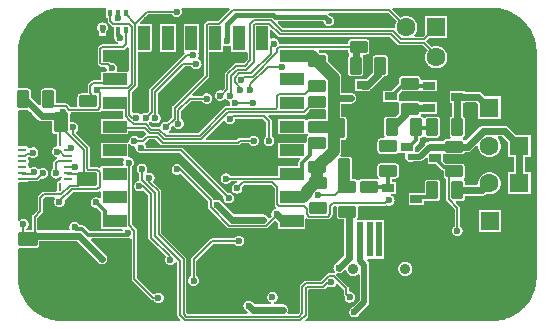
<source format=gtl>
G04 Layer_Physical_Order=1*
G04 Layer_Color=255*
%FSLAX44Y44*%
%MOMM*%
G71*
G01*
G75*
G04:AMPARAMS|DCode=10|XSize=1.2mm|YSize=1.7mm|CornerRadius=0.12mm|HoleSize=0mm|Usage=FLASHONLY|Rotation=180.000|XOffset=0mm|YOffset=0mm|HoleType=Round|Shape=RoundedRectangle|*
%AMROUNDEDRECTD10*
21,1,1.2000,1.4600,0,0,180.0*
21,1,0.9600,1.7000,0,0,180.0*
1,1,0.2400,-0.4800,0.7300*
1,1,0.2400,0.4800,0.7300*
1,1,0.2400,0.4800,-0.7300*
1,1,0.2400,-0.4800,-0.7300*
%
%ADD10ROUNDEDRECTD10*%
G04:AMPARAMS|DCode=11|XSize=1mm|YSize=1.5mm|CornerRadius=0.125mm|HoleSize=0mm|Usage=FLASHONLY|Rotation=180.000|XOffset=0mm|YOffset=0mm|HoleType=Round|Shape=RoundedRectangle|*
%AMROUNDEDRECTD11*
21,1,1.0000,1.2500,0,0,180.0*
21,1,0.7500,1.5000,0,0,180.0*
1,1,0.2500,-0.3750,0.6250*
1,1,0.2500,0.3750,0.6250*
1,1,0.2500,0.3750,-0.6250*
1,1,0.2500,-0.3750,-0.6250*
%
%ADD11ROUNDEDRECTD11*%
%ADD12R,1.0000X0.7000*%
%ADD13R,0.3500X0.6000*%
G04:AMPARAMS|DCode=14|XSize=1mm|YSize=1.5mm|CornerRadius=0.125mm|HoleSize=0mm|Usage=FLASHONLY|Rotation=270.000|XOffset=0mm|YOffset=0mm|HoleType=Round|Shape=RoundedRectangle|*
%AMROUNDEDRECTD14*
21,1,1.0000,1.2500,0,0,270.0*
21,1,0.7500,1.5000,0,0,270.0*
1,1,0.2500,-0.6250,-0.3750*
1,1,0.2500,-0.6250,0.3750*
1,1,0.2500,0.6250,0.3750*
1,1,0.2500,0.6250,-0.3750*
%
%ADD14ROUNDEDRECTD14*%
%ADD15R,3.0000X2.5000*%
%ADD16R,0.5000X3.0000*%
G04:AMPARAMS|DCode=17|XSize=1.2mm|YSize=1.7mm|CornerRadius=0.12mm|HoleSize=0mm|Usage=FLASHONLY|Rotation=90.000|XOffset=0mm|YOffset=0mm|HoleType=Round|Shape=RoundedRectangle|*
%AMROUNDEDRECTD17*
21,1,1.2000,1.4600,0,0,90.0*
21,1,0.9600,1.7000,0,0,90.0*
1,1,0.2400,0.7300,0.4800*
1,1,0.2400,0.7300,-0.4800*
1,1,0.2400,-0.7300,-0.4800*
1,1,0.2400,-0.7300,0.4800*
%
%ADD17ROUNDEDRECTD17*%
%ADD18O,0.2500X0.8000*%
%ADD19O,0.8000X0.2500*%
%ADD20R,2.0000X1.0000*%
%ADD21R,1.0000X2.0000*%
%ADD22C,0.3000*%
%ADD23C,0.1500*%
%ADD24C,0.3500*%
%ADD25C,0.6000*%
%ADD26C,1.0000*%
%ADD27C,0.5000*%
%ADD28C,0.4000*%
%ADD29C,0.2000*%
%ADD30C,6.0000*%
%ADD31C,1.6000*%
%ADD32R,1.6000X1.6000*%
%ADD33C,0.9000*%
%ADD34C,0.6000*%
G36*
X181763Y266243D02*
X172027Y256507D01*
X163568D01*
X163215Y256479D01*
X162871Y256397D01*
X162543Y256261D01*
X162241Y256076D01*
X161972Y255846D01*
X160654Y254528D01*
X160424Y254259D01*
X160239Y253957D01*
X160103Y253629D01*
X160021Y253285D01*
X159993Y252932D01*
Y210685D01*
X133661Y184353D01*
X133431Y184083D01*
X133246Y183781D01*
X133110Y183454D01*
X133028Y183110D01*
X133000Y182757D01*
Y174692D01*
X129296Y170988D01*
X128923Y171114D01*
X128345Y171229D01*
X127756Y171268D01*
X127168Y171229D01*
X126589Y171114D01*
X126031Y170924D01*
X125501Y170664D01*
X125011Y170336D01*
X124567Y169947D01*
X124178Y169503D01*
X123851Y169013D01*
X123590Y168484D01*
X123400Y167925D01*
X122984Y167144D01*
X122411Y166758D01*
X121783Y166757D01*
X116273D01*
X113895Y169135D01*
X113774Y169601D01*
X113939Y171061D01*
X114408Y171201D01*
X115342Y171201D01*
X115811Y171061D01*
X116255Y170672D01*
X116745Y170345D01*
X117274Y170084D01*
X117833Y169894D01*
X118411Y169779D01*
X119000Y169740D01*
X119589Y169779D01*
X120167Y169894D01*
X120726Y170084D01*
X121255Y170345D01*
X121745Y170672D01*
X122189Y171061D01*
X122578Y171505D01*
X122905Y171995D01*
X123166Y172524D01*
X123356Y173083D01*
X123471Y173661D01*
X123510Y174250D01*
X123471Y174839D01*
X123356Y175417D01*
X123166Y175976D01*
X122905Y176505D01*
X122578Y176995D01*
X122189Y177439D01*
X121745Y177828D01*
X121257Y178154D01*
Y195572D01*
X143688Y218004D01*
X149480D01*
X149602Y217756D01*
X149930Y217265D01*
X150319Y216822D01*
X150762Y216433D01*
X151253Y216105D01*
X151782Y215844D01*
X152340Y215655D01*
X152919Y215540D01*
X153507Y215501D01*
X154096Y215540D01*
X154675Y215655D01*
X155233Y215844D01*
X155762Y216105D01*
X156253Y216433D01*
X156696Y216822D01*
X157085Y217265D01*
X157413Y217756D01*
X157674Y218285D01*
X157864Y218844D01*
X157979Y219422D01*
X158017Y220011D01*
X157979Y220599D01*
X157864Y221178D01*
X157674Y221737D01*
X157413Y222266D01*
X157085Y222756D01*
X156696Y223200D01*
X156253Y223589D01*
X155872Y223843D01*
X155856Y223856D01*
X155694Y224043D01*
X155258Y224851D01*
X155291Y225742D01*
X155307Y225774D01*
X155496Y226333D01*
X155611Y226911D01*
X155650Y227500D01*
X155611Y228089D01*
X155496Y228667D01*
X155383Y229000D01*
X156000Y230500D01*
X156000D01*
Y253500D01*
X143000D01*
Y230500D01*
X143552D01*
X144022Y229405D01*
X144058Y229000D01*
X114404Y199346D01*
X114174Y199077D01*
X113989Y198775D01*
X113854Y198447D01*
X113771Y198103D01*
X113743Y197750D01*
Y180435D01*
X111915Y178606D01*
X111339Y178721D01*
X110750Y178760D01*
X110161Y178721D01*
X109583Y178606D01*
X109024Y178416D01*
X108495Y178155D01*
X108005Y177828D01*
X107841Y177684D01*
X107196Y177494D01*
X105995Y177676D01*
X105871Y177748D01*
X105500Y178073D01*
X105010Y178401D01*
X104481Y178662D01*
X103922Y178851D01*
X103344Y178966D01*
X102755Y179005D01*
X102166Y178966D01*
X101588Y178851D01*
X101029Y178662D01*
X100500Y178401D01*
X99190Y178985D01*
X99007Y179189D01*
Y195891D01*
X103346Y200229D01*
X103346Y200229D01*
X103576Y200499D01*
X103761Y200801D01*
X103897Y201128D01*
X103979Y201472D01*
X104007Y201825D01*
Y230500D01*
X116000D01*
Y253500D01*
X106227D01*
X105653Y254886D01*
X112760Y261993D01*
X133096D01*
X133422Y261505D01*
X133811Y261061D01*
X134255Y260672D01*
X134745Y260345D01*
X135274Y260084D01*
X135833Y259894D01*
X136411Y259779D01*
X137000Y259740D01*
X137589Y259779D01*
X138167Y259894D01*
X138726Y260084D01*
X139255Y260345D01*
X139745Y260672D01*
X140189Y261061D01*
X140578Y261505D01*
X140906Y261995D01*
X141166Y262524D01*
X141356Y263083D01*
X141471Y263661D01*
X141510Y264250D01*
X141471Y264839D01*
X141356Y265417D01*
X141166Y265976D01*
X141034Y266243D01*
X141337Y267052D01*
X141882Y267743D01*
X181141D01*
X181763Y266243D01*
D02*
G37*
G36*
X323227Y256081D02*
X323115Y255905D01*
X322732Y255169D01*
X322414Y254402D01*
X322165Y253611D01*
X321986Y252801D01*
X321877Y251979D01*
X321846Y251269D01*
X321672Y251001D01*
X321455Y250810D01*
X320395Y250220D01*
X320357Y250229D01*
X320004Y250257D01*
X226859D01*
X222510Y254607D01*
X223084Y255993D01*
X261274D01*
X261279Y255911D01*
X261394Y255333D01*
X261584Y254774D01*
X261845Y254245D01*
X262172Y253755D01*
X262561Y253311D01*
X263005Y252922D01*
X263495Y252595D01*
X264024Y252334D01*
X264583Y252144D01*
X265161Y252029D01*
X265750Y251990D01*
X266339Y252029D01*
X266917Y252144D01*
X267476Y252334D01*
X268005Y252595D01*
X268495Y252922D01*
X268939Y253311D01*
X269328Y253755D01*
X269655Y254245D01*
X269916Y254774D01*
X270106Y255333D01*
X270221Y255911D01*
X270260Y256500D01*
X270221Y257089D01*
X270106Y257667D01*
X269916Y258226D01*
X269655Y258755D01*
X269328Y259245D01*
X268939Y259689D01*
X268495Y260078D01*
X268005Y260405D01*
X267476Y260666D01*
X266917Y260856D01*
X266339Y260971D01*
X266232Y260978D01*
X265230Y261980D01*
X265215Y261993D01*
X265559Y263233D01*
X265743Y263493D01*
X315815D01*
X323227Y256081D01*
D02*
G37*
G36*
X182292Y235425D02*
X183000Y234872D01*
Y230500D01*
X196000D01*
X196993Y229411D01*
Y223927D01*
X193573Y220507D01*
X187103D01*
X187103Y220507D01*
X186749Y220479D01*
X186405Y220396D01*
X186078Y220261D01*
X185776Y220076D01*
X185507Y219846D01*
X185506Y219846D01*
X178413Y212753D01*
X178183Y212483D01*
X177998Y212181D01*
X177863Y211854D01*
X177780Y211510D01*
X177752Y211157D01*
Y199869D01*
X175407Y197524D01*
X175176Y197602D01*
X174597Y197717D01*
X174009Y197756D01*
X173420Y197717D01*
X172841Y197602D01*
X172283Y197413D01*
X171754Y197152D01*
X171263Y196824D01*
X170820Y196435D01*
X170431Y195992D01*
X170103Y195501D01*
X169842Y194972D01*
X169653Y194413D01*
X169537Y193835D01*
X169499Y193246D01*
X169537Y192658D01*
X169653Y192079D01*
X169842Y191521D01*
X170103Y190991D01*
X170431Y190501D01*
X170820Y190058D01*
X171263Y189669D01*
X171754Y189341D01*
X172283Y189080D01*
X172841Y188890D01*
X173420Y188775D01*
X174009Y188737D01*
X174597Y188775D01*
X175176Y188890D01*
X175734Y189080D01*
X176263Y189341D01*
X176754Y189669D01*
X176863Y189764D01*
X177382Y190058D01*
X178372Y190061D01*
X178899Y189765D01*
X179005Y189672D01*
X179495Y189345D01*
X180024Y189084D01*
X180583Y188894D01*
X180735Y188864D01*
X181228Y188707D01*
X181872Y188013D01*
X182000Y187253D01*
X181999Y187246D01*
X182038Y186657D01*
X182153Y186079D01*
X182264Y185753D01*
X181940Y185010D01*
X181349Y184259D01*
X181338Y184253D01*
X179079D01*
X178726Y184225D01*
X178381Y184142D01*
X178054Y184007D01*
X177752Y183822D01*
X177483Y183592D01*
X177483Y183592D01*
X155398Y161507D01*
X130674D01*
X130294Y162278D01*
X130242Y163007D01*
X130501Y163180D01*
X130945Y163569D01*
X131334Y164013D01*
X131662Y164503D01*
X131923Y165032D01*
X132112Y165591D01*
X132227Y166169D01*
X132263Y166717D01*
X132292Y166784D01*
X133059Y167542D01*
X134028Y167402D01*
X134631Y167266D01*
X134922Y166830D01*
X135311Y166387D01*
X135755Y165998D01*
X136245Y165670D01*
X136774Y165409D01*
X137333Y165219D01*
X137911Y165104D01*
X138500Y165066D01*
X139089Y165104D01*
X139667Y165219D01*
X140226Y165409D01*
X140755Y165670D01*
X141245Y165998D01*
X141689Y166387D01*
X142078Y166830D01*
X142406Y167321D01*
X142666Y167850D01*
X142856Y168408D01*
X142971Y168987D01*
X143010Y169576D01*
X142971Y170164D01*
X142856Y170743D01*
X142666Y171301D01*
X142406Y171830D01*
X142078Y172321D01*
X141689Y172764D01*
X141245Y173153D01*
X140757Y173479D01*
Y180315D01*
X148935Y188493D01*
X158596D01*
X158922Y188005D01*
X159311Y187561D01*
X159755Y187172D01*
X160245Y186845D01*
X160774Y186584D01*
X161333Y186394D01*
X161911Y186279D01*
X162500Y186240D01*
X163089Y186279D01*
X163667Y186394D01*
X164226Y186584D01*
X164755Y186845D01*
X165245Y187172D01*
X165689Y187561D01*
X166078Y188005D01*
X166406Y188495D01*
X166666Y189024D01*
X166856Y189583D01*
X166971Y190161D01*
X167010Y190750D01*
X166971Y191339D01*
X166856Y191917D01*
X166666Y192476D01*
X166406Y193005D01*
X166078Y193495D01*
X165689Y193939D01*
X165245Y194328D01*
X164755Y194655D01*
X164226Y194916D01*
X163667Y195106D01*
X163089Y195221D01*
X162500Y195260D01*
X161911Y195221D01*
X161333Y195106D01*
X160774Y194916D01*
X160245Y194655D01*
X159755Y194328D01*
X159311Y193939D01*
X158922Y193495D01*
X158596Y193007D01*
X150659D01*
X150084Y194393D01*
X163846Y208154D01*
X163846Y208154D01*
X164076Y208423D01*
X164261Y208725D01*
X164396Y209053D01*
X164479Y209397D01*
X164507Y209750D01*
X164507Y209750D01*
Y230500D01*
X176000D01*
Y234872D01*
X176708Y235425D01*
X177500Y235719D01*
X177774Y235584D01*
X178333Y235394D01*
X178911Y235279D01*
X179500Y235240D01*
X180089Y235279D01*
X180667Y235394D01*
X181226Y235584D01*
X181500Y235719D01*
X182292Y235425D01*
D02*
G37*
G36*
X405647Y267713D02*
X407290Y267605D01*
X408927Y267426D01*
X410555Y267176D01*
X412170Y266854D01*
X413770Y266463D01*
X415351Y266002D01*
X416911Y265472D01*
X418446Y264876D01*
X419953Y264212D01*
X421431Y263484D01*
X422874Y262692D01*
X424282Y261837D01*
X425652Y260922D01*
X426980Y259948D01*
X428265Y258917D01*
X429503Y257831D01*
X430693Y256693D01*
X431832Y255503D01*
X432917Y254265D01*
X433948Y252980D01*
X434922Y251652D01*
X435837Y250282D01*
X436692Y248874D01*
X437484Y247430D01*
X438212Y245953D01*
X438876Y244446D01*
X439473Y242911D01*
X440002Y241351D01*
X440463Y239770D01*
X440854Y238170D01*
X441175Y236555D01*
X441426Y234927D01*
X441605Y233290D01*
X441713Y231647D01*
X441748Y230059D01*
X441743Y230000D01*
Y40000D01*
X441748Y39941D01*
X441713Y38353D01*
X441605Y36710D01*
X441426Y35073D01*
X441175Y33445D01*
X440854Y31830D01*
X440463Y30230D01*
X440002Y28649D01*
X439473Y27089D01*
X438876Y25554D01*
X438212Y24047D01*
X437484Y22569D01*
X436692Y21126D01*
X435837Y19718D01*
X434922Y18348D01*
X433948Y17020D01*
X432917Y15735D01*
X431832Y14497D01*
X430693Y13307D01*
X429503Y12169D01*
X428265Y11083D01*
X426980Y10052D01*
X425652Y9078D01*
X424282Y8163D01*
X422874Y7308D01*
X421431Y6516D01*
X419953Y5788D01*
X418446Y5124D01*
X416911Y4527D01*
X415351Y3998D01*
X413770Y3537D01*
X412170Y3146D01*
X410555Y2824D01*
X408927Y2574D01*
X407290Y2395D01*
X405647Y2287D01*
X404059Y2252D01*
X404000Y2257D01*
X246159D01*
X245585Y3643D01*
X247846Y5904D01*
X248076Y6173D01*
X248261Y6475D01*
X248396Y6803D01*
X248479Y7147D01*
X248507Y7500D01*
Y28993D01*
X260993D01*
X261346Y29021D01*
X261690Y29104D01*
X262017Y29239D01*
X262319Y29424D01*
X262589Y29654D01*
X264909Y31975D01*
X265268Y31661D01*
X265758Y31333D01*
X266287Y31072D01*
X266846Y30883D01*
X267425Y30768D01*
X268013Y30729D01*
X268602Y30768D01*
X269180Y30883D01*
X269739Y31072D01*
X270268Y31333D01*
X270758Y31661D01*
X271202Y32050D01*
X271591Y32493D01*
X271919Y32984D01*
X272073Y33296D01*
X272819Y33591D01*
X273768Y33707D01*
X273789Y33702D01*
X278493Y28997D01*
Y25250D01*
X278521Y24897D01*
X278603Y24553D01*
X278739Y24225D01*
X278924Y23923D01*
X279154Y23654D01*
X279244Y23565D01*
X279129Y22989D01*
X279090Y22400D01*
X279129Y21811D01*
X279244Y21233D01*
X279434Y20674D01*
X279695Y20145D01*
X280022Y19655D01*
X280411Y19211D01*
X280855Y18822D01*
X281345Y18494D01*
X281874Y18234D01*
X282433Y18044D01*
X283011Y17929D01*
X283600Y17890D01*
X284189Y17929D01*
X284767Y18044D01*
X285326Y18234D01*
X285855Y18494D01*
X286345Y18822D01*
X286789Y19211D01*
X287178Y19655D01*
X287505Y20145D01*
X287766Y20674D01*
X287956Y21233D01*
X288071Y21811D01*
X288110Y22400D01*
X288071Y22989D01*
X287956Y23567D01*
X287766Y24126D01*
X287505Y24655D01*
X287178Y25145D01*
X286789Y25589D01*
X286345Y25978D01*
X285855Y26305D01*
X285326Y26566D01*
X284767Y26756D01*
X284189Y26871D01*
X283600Y26910D01*
X283007Y28374D01*
Y29932D01*
X282979Y30285D01*
X282896Y30629D01*
X282761Y30957D01*
X282576Y31259D01*
X282346Y31528D01*
X282346Y31528D01*
X272297Y41577D01*
X273083Y42894D01*
X273661Y42779D01*
X274250Y42740D01*
X274839Y42779D01*
X275417Y42894D01*
X275976Y43084D01*
X276505Y43344D01*
X276995Y43672D01*
X277439Y44061D01*
X279060Y45682D01*
X279115Y45688D01*
X280641Y45163D01*
X280828Y44515D01*
X281086Y43893D01*
X281412Y43303D01*
X281802Y42753D01*
X282251Y42251D01*
X282753Y41802D01*
X283303Y41412D01*
X283893Y41086D01*
X284515Y40828D01*
X285163Y40641D01*
X285827Y40528D01*
X286500Y40490D01*
X287173Y40528D01*
X287837Y40641D01*
X288485Y40828D01*
X289107Y41086D01*
X289697Y41412D01*
X290247Y41802D01*
X290491Y42020D01*
X291428Y41780D01*
X291991Y41389D01*
Y20160D01*
X286112Y14281D01*
X285774Y14166D01*
X285245Y13906D01*
X284755Y13578D01*
X284311Y13189D01*
X283922Y12745D01*
X283595Y12255D01*
X283334Y11726D01*
X283144Y11167D01*
X283029Y10589D01*
X282990Y10000D01*
X283029Y9411D01*
X283144Y8833D01*
X283334Y8274D01*
X283595Y7745D01*
X283922Y7255D01*
X284311Y6811D01*
X284755Y6422D01*
X285245Y6095D01*
X285774Y5834D01*
X286333Y5644D01*
X286911Y5529D01*
X287500Y5490D01*
X288089Y5529D01*
X288667Y5644D01*
X289226Y5834D01*
X289755Y6095D01*
X290245Y6422D01*
X290689Y6811D01*
X291078Y7255D01*
X291406Y7745D01*
X291666Y8274D01*
X291781Y8612D01*
X298834Y15666D01*
X299180Y16060D01*
X299471Y16496D01*
X299703Y16966D01*
X299872Y17463D01*
X299974Y17977D01*
X300009Y18500D01*
Y50000D01*
X299974Y50523D01*
X299872Y51038D01*
X299703Y51534D01*
X299471Y52004D01*
X299180Y52440D01*
X298834Y52835D01*
X298055Y53614D01*
X298629Y55000D01*
X312500D01*
Y88000D01*
X296500D01*
Y88000D01*
X295000Y88000D01*
X290489D01*
X290039Y88741D01*
X289872Y89500D01*
X289982Y89628D01*
X290208Y89998D01*
X290373Y90398D01*
X290474Y90818D01*
X290508Y91250D01*
Y98750D01*
X291394Y99743D01*
X291803Y99993D01*
X292300D01*
X292301Y99993D01*
X307700D01*
X307700Y99993D01*
X313500D01*
X313853Y100021D01*
X314197Y100104D01*
X314525Y100239D01*
X314827Y100424D01*
X314923Y100506D01*
X315290Y100326D01*
X315848Y100136D01*
X316427Y100021D01*
X317015Y99982D01*
X317604Y100021D01*
X318183Y100136D01*
X318741Y100326D01*
X319270Y100587D01*
X319761Y100914D01*
X320204Y101303D01*
X320593Y101747D01*
X320921Y102237D01*
X321182Y102766D01*
X321371Y103325D01*
X321487Y103903D01*
X321525Y104492D01*
X321487Y105080D01*
X321371Y105659D01*
X321182Y106218D01*
X320921Y106747D01*
X320593Y107237D01*
X320204Y107681D01*
X319761Y108070D01*
X319270Y108397D01*
X318741Y108658D01*
X318471Y108750D01*
X318719Y110250D01*
X322500D01*
Y120250D01*
X319009D01*
Y122992D01*
X322250D01*
X322682Y123025D01*
X323102Y123126D01*
X323502Y123292D01*
X323871Y123518D01*
X324201Y123799D01*
X324482Y124129D01*
X324708Y124498D01*
X324874Y124897D01*
X324975Y125318D01*
X325009Y125750D01*
Y133250D01*
X324975Y133681D01*
X324874Y134102D01*
X324708Y134502D01*
X324482Y134871D01*
X324201Y135201D01*
X323871Y135482D01*
X323502Y135708D01*
X323102Y135873D01*
X322682Y135975D01*
X322250Y136009D01*
X309750D01*
X309319Y135975D01*
X308898Y135873D01*
X308498Y135708D01*
X308129Y135482D01*
X307799Y135201D01*
X307518Y134871D01*
X307292Y134502D01*
X307127Y134102D01*
X307026Y133681D01*
X306992Y133250D01*
Y125750D01*
X307026Y125318D01*
X307127Y124897D01*
X307292Y124498D01*
X307518Y124129D01*
X307799Y123799D01*
X308129Y123518D01*
X307310Y122288D01*
X307102Y122374D01*
X306681Y122474D01*
X306250Y122508D01*
X293750D01*
X293319Y122474D01*
X292898Y122374D01*
X292498Y122208D01*
X292129Y121982D01*
X291800Y121700D01*
X291626Y121498D01*
X291307Y121386D01*
X291117Y121371D01*
X290383D01*
X290193Y121386D01*
X289874Y121498D01*
X289701Y121700D01*
X289371Y121982D01*
X289002Y122208D01*
X288602Y122373D01*
X288181Y122474D01*
X287750Y122508D01*
X285508D01*
Y126242D01*
X285508Y126250D01*
Y138750D01*
X285474Y139181D01*
X285373Y139602D01*
X285208Y140002D01*
X284982Y140371D01*
X284701Y140701D01*
X284371Y140982D01*
X284002Y141208D01*
X283602Y141374D01*
X283181Y141475D01*
X282750Y141509D01*
X276258D01*
X275599Y142579D01*
X275485Y143008D01*
X275739Y143432D01*
X276012Y144010D01*
X276228Y144611D01*
X276383Y145230D01*
X276476Y145862D01*
X276508Y146500D01*
Y155492D01*
X278300D01*
X278724Y155525D01*
X279137Y155624D01*
X279530Y155787D01*
X279892Y156009D01*
X280215Y156285D01*
X280491Y156608D01*
X280713Y156971D01*
X280876Y157363D01*
X280975Y157776D01*
X281008Y158200D01*
Y172800D01*
X280975Y173224D01*
X280876Y173637D01*
X280713Y174030D01*
X280491Y174392D01*
X280215Y174715D01*
X279892Y174991D01*
X279530Y175213D01*
X279137Y175376D01*
X278724Y175475D01*
X278300Y175508D01*
X276508D01*
Y186490D01*
X284500D01*
X285089Y186529D01*
X285667Y186644D01*
X286226Y186834D01*
X286755Y187094D01*
X287245Y187422D01*
X287689Y187811D01*
X288078Y188255D01*
X288405Y188745D01*
X288666Y189274D01*
X288856Y189833D01*
X288971Y190411D01*
X289010Y191000D01*
X288971Y191589D01*
X288856Y192167D01*
X288666Y192726D01*
X288405Y193255D01*
X288078Y193745D01*
X287689Y194189D01*
X287245Y194578D01*
X286755Y194905D01*
X286226Y195166D01*
X285667Y195356D01*
X285089Y195471D01*
X284500Y195510D01*
X276508D01*
Y208500D01*
X276476Y209138D01*
X276383Y209770D01*
X276228Y210389D01*
X276012Y210991D01*
X275739Y211568D01*
X275411Y212116D01*
X275031Y212629D01*
X274602Y213102D01*
X265009Y222695D01*
Y226250D01*
X264975Y226682D01*
X264874Y227103D01*
X264708Y227502D01*
X264482Y227871D01*
X264201Y228201D01*
X263871Y228482D01*
X263502Y228708D01*
X263102Y228874D01*
X262682Y228975D01*
X262250Y229009D01*
X258695D01*
X257211Y230493D01*
X257832Y231993D01*
X281992D01*
Y230750D01*
X282026Y230319D01*
X282127Y229898D01*
X282292Y229498D01*
X282518Y229129D01*
X282799Y228799D01*
X283002Y228626D01*
X283114Y228307D01*
X283129Y228117D01*
Y227383D01*
X283114Y227193D01*
X283002Y226874D01*
X282799Y226700D01*
X282518Y226371D01*
X282292Y226002D01*
X282127Y225602D01*
X282025Y225182D01*
X281992Y224750D01*
Y212250D01*
X282025Y211819D01*
X282127Y211398D01*
X282292Y210998D01*
X282518Y210629D01*
X282799Y210299D01*
X283129Y210018D01*
X283498Y209792D01*
X283898Y209627D01*
X284319Y209526D01*
X284750Y209492D01*
X292250D01*
X292682Y209526D01*
X293102Y209627D01*
X293502Y209792D01*
X293871Y210018D01*
X294200Y210299D01*
X294482Y210629D01*
X294708Y210998D01*
X294874Y211398D01*
X294974Y211819D01*
X295009Y212250D01*
Y224750D01*
X294974Y225182D01*
X294874Y225602D01*
X294708Y226002D01*
X294482Y226371D01*
X294379Y226492D01*
X294557Y227278D01*
X294999Y227992D01*
X297250D01*
X297682Y228025D01*
X298102Y228127D01*
X298502Y228292D01*
X298871Y228518D01*
X299200Y228799D01*
X299482Y229129D01*
X299708Y229498D01*
X299874Y229898D01*
X299974Y230319D01*
X300009Y230750D01*
Y238250D01*
X299974Y238682D01*
X299874Y239102D01*
X299708Y239502D01*
X299482Y239871D01*
X299200Y240201D01*
X298871Y240482D01*
X298502Y240708D01*
X298102Y240874D01*
X297682Y240975D01*
X297250Y241008D01*
X284750D01*
X284319Y240975D01*
X283898Y240874D01*
X283498Y240708D01*
X283129Y240482D01*
X282799Y240201D01*
X282518Y239871D01*
X282292Y239502D01*
X282127Y239102D01*
X282026Y238682D01*
X281992Y238250D01*
Y236507D01*
X225084D01*
X223653Y237250D01*
X223615Y237839D01*
X223500Y238417D01*
X223310Y238976D01*
X223049Y239505D01*
X222721Y239995D01*
X222332Y240439D01*
X221889Y240828D01*
X221398Y241155D01*
X220869Y241416D01*
X220311Y241606D01*
X219732Y241721D01*
X219144Y241760D01*
X218555Y241721D01*
X217976Y241606D01*
X217500Y241444D01*
X217415Y241418D01*
X216157Y242153D01*
X216000Y242366D01*
Y248530D01*
X217386Y249104D01*
X223086Y243404D01*
X223355Y243174D01*
X223657Y242989D01*
X223985Y242854D01*
X224329Y242771D01*
X224682Y242743D01*
X224682Y242743D01*
X317827D01*
X324266Y236304D01*
X324266Y236304D01*
X324535Y236074D01*
X324837Y235889D01*
X325164Y235753D01*
X325509Y235671D01*
X325862Y235643D01*
X345665D01*
X349457Y231851D01*
X348961Y231204D01*
X348515Y230504D01*
X348132Y229769D01*
X347814Y229002D01*
X347565Y228211D01*
X347385Y227401D01*
X347277Y226579D01*
X347241Y225750D01*
X347277Y224921D01*
X347385Y224099D01*
X347565Y223289D01*
X347814Y222498D01*
X348132Y221731D01*
X348515Y220996D01*
X348961Y220296D01*
X349466Y219638D01*
X350026Y219026D01*
X350638Y218466D01*
X351296Y217961D01*
X351996Y217515D01*
X352731Y217132D01*
X353498Y216814D01*
X354289Y216565D01*
X355099Y216385D01*
X355921Y216277D01*
X356750Y216241D01*
X357579Y216277D01*
X358401Y216385D01*
X359211Y216565D01*
X360002Y216814D01*
X360769Y217132D01*
X361505Y217515D01*
X362204Y217961D01*
X362862Y218466D01*
X363474Y219026D01*
X364034Y219638D01*
X364539Y220296D01*
X364985Y220996D01*
X365368Y221731D01*
X365686Y222498D01*
X365935Y223289D01*
X366115Y224099D01*
X366223Y224921D01*
X366259Y225750D01*
X366223Y226579D01*
X366115Y227401D01*
X365935Y228211D01*
X365686Y229002D01*
X365368Y229769D01*
X364985Y230504D01*
X364539Y231204D01*
X364034Y231862D01*
X363474Y232474D01*
X362862Y233034D01*
X362204Y233539D01*
X361505Y233985D01*
X360769Y234368D01*
X360002Y234686D01*
X359211Y234935D01*
X358401Y235114D01*
X357579Y235223D01*
X356750Y235259D01*
X355921Y235223D01*
X355099Y235114D01*
X354289Y234935D01*
X353498Y234686D01*
X353150Y234542D01*
X348242Y239450D01*
X350442Y241650D01*
X366250D01*
Y260650D01*
X347250D01*
Y244842D01*
X345565Y243157D01*
X338909D01*
X338481Y243807D01*
X338285Y244657D01*
X338634Y245038D01*
X339139Y245696D01*
X339585Y246395D01*
X339968Y247131D01*
X340286Y247898D01*
X340535Y248689D01*
X340715Y249499D01*
X340823Y250321D01*
X340859Y251150D01*
X340823Y251979D01*
X340715Y252801D01*
X340535Y253611D01*
X340286Y254402D01*
X339968Y255169D01*
X339585Y255905D01*
X339139Y256604D01*
X338634Y257262D01*
X338074Y257874D01*
X337462Y258434D01*
X336804Y258939D01*
X336105Y259385D01*
X335369Y259768D01*
X334602Y260086D01*
X333811Y260335D01*
X333001Y260515D01*
X332179Y260623D01*
X331350Y260659D01*
X330521Y260623D01*
X329699Y260515D01*
X328889Y260335D01*
X328098Y260086D01*
X327331Y259768D01*
X326595Y259385D01*
X326419Y259273D01*
X319449Y266243D01*
X320070Y267743D01*
X404000D01*
X404059Y267748D01*
X405647Y267713D01*
D02*
G37*
G36*
X96493Y233930D02*
Y214796D01*
X96000Y213500D01*
X87170D01*
X87147Y213514D01*
X86559Y214269D01*
X86243Y215000D01*
X86356Y215333D01*
X86471Y215911D01*
X86510Y216500D01*
X86471Y217089D01*
X86356Y217667D01*
X86166Y218226D01*
X85905Y218755D01*
X85578Y219245D01*
X85189Y219689D01*
X84745Y220078D01*
X84255Y220405D01*
X83726Y220666D01*
X83167Y220856D01*
X82589Y220971D01*
X82000Y221010D01*
X81411Y220971D01*
X80835Y220856D01*
X80346Y221346D01*
X80077Y221576D01*
X79775Y221761D01*
X79447Y221896D01*
X79103Y221979D01*
X78750Y222007D01*
X74507D01*
Y231993D01*
X91500D01*
X91853Y232021D01*
X92198Y232104D01*
X92525Y232239D01*
X92827Y232424D01*
X93096Y232654D01*
X94993Y234551D01*
X96493Y233930D01*
D02*
G37*
G36*
X40000Y267743D02*
X76101D01*
X77500Y267500D01*
Y258500D01*
X78493D01*
Y256432D01*
X78521Y256079D01*
X78604Y255735D01*
X78739Y255407D01*
X78924Y255105D01*
X79154Y254836D01*
X81836Y252154D01*
X82105Y251924D01*
X82407Y251739D01*
X82735Y251604D01*
X83079Y251521D01*
X83432Y251493D01*
X84000D01*
Y248607D01*
X83993Y248500D01*
Y243886D01*
X84021Y243461D01*
X84104Y243043D01*
X84241Y242640D01*
X84255Y242611D01*
X84240Y242386D01*
X84279Y241798D01*
X84394Y241219D01*
X84584Y240660D01*
X84845Y240131D01*
X85172Y239641D01*
X85561Y239197D01*
X86005Y238808D01*
X86495Y238481D01*
X87024Y238220D01*
X87583Y238030D01*
X87699Y238007D01*
X87552Y236507D01*
X73568D01*
X73215Y236479D01*
X72871Y236397D01*
X72543Y236261D01*
X72241Y236076D01*
X71972Y235846D01*
X70654Y234528D01*
X70424Y234259D01*
X70239Y233957D01*
X70104Y233629D01*
X70021Y233285D01*
X69993Y232932D01*
Y221068D01*
X70021Y220715D01*
X70104Y220371D01*
X70239Y220043D01*
X70424Y219741D01*
X70654Y219472D01*
X71972Y218154D01*
X72241Y217924D01*
X72543Y217739D01*
X72871Y217603D01*
X73215Y217521D01*
X73568Y217493D01*
X76183D01*
X77490Y216500D01*
X77529Y215911D01*
X77644Y215333D01*
X77757Y215000D01*
X77441Y214269D01*
X76853Y213514D01*
X76830Y213500D01*
X73000D01*
Y206007D01*
X66250D01*
X66250Y206007D01*
X65897Y205979D01*
X65553Y205896D01*
X65225Y205761D01*
X64923Y205576D01*
X64654Y205346D01*
X62407Y203099D01*
X62178Y202830D01*
X61992Y202528D01*
X61857Y202201D01*
X61774Y201856D01*
X61746Y201503D01*
Y195822D01*
X60570Y195082D01*
X60342Y195009D01*
X55750D01*
X55318Y194974D01*
X54898Y194874D01*
X54498Y194708D01*
X54129Y194482D01*
X53800Y194200D01*
X53518Y193871D01*
X53292Y193502D01*
X53127Y193102D01*
X53025Y192682D01*
X52991Y192250D01*
Y184750D01*
X52106Y183757D01*
X51697Y183507D01*
X47109D01*
X44521Y186096D01*
X44251Y186326D01*
X43949Y186511D01*
X43622Y186646D01*
X43278Y186729D01*
X42925Y186757D01*
X34759D01*
Y196500D01*
X34725Y196931D01*
X34623Y197352D01*
X34458Y197752D01*
X34232Y198121D01*
X33951Y198451D01*
X33621Y198732D01*
X33252Y198958D01*
X32852Y199123D01*
X32432Y199224D01*
X32000Y199258D01*
X24500D01*
X24069Y199224D01*
X23648Y199123D01*
X23248Y198958D01*
X22879Y198732D01*
X22550Y198451D01*
X22268Y198121D01*
X22042Y197752D01*
X21876Y197352D01*
X21776Y196931D01*
X21741Y196500D01*
Y185668D01*
X20241Y185047D01*
X13758Y191530D01*
Y196500D01*
X13725Y196931D01*
X13623Y197352D01*
X13458Y197752D01*
X13232Y198121D01*
X12951Y198451D01*
X12621Y198732D01*
X12252Y198958D01*
X11853Y199123D01*
X11431Y199224D01*
X11000Y199258D01*
X3500D01*
X2507Y200144D01*
X2257Y200553D01*
Y230000D01*
X2252Y230059D01*
X2287Y231647D01*
X2395Y233290D01*
X2574Y234927D01*
X2824Y236555D01*
X3146Y238170D01*
X3537Y239770D01*
X3998Y241351D01*
X4527Y242911D01*
X5124Y244446D01*
X5788Y245953D01*
X6516Y247430D01*
X7308Y248874D01*
X8163Y250282D01*
X9078Y251652D01*
X10052Y252980D01*
X11083Y254265D01*
X12169Y255503D01*
X13307Y256693D01*
X14497Y257831D01*
X15735Y258917D01*
X17020Y259948D01*
X18348Y260922D01*
X19718Y261837D01*
X21126Y262692D01*
X22569Y263484D01*
X24047Y264212D01*
X25554Y264876D01*
X27089Y265472D01*
X28649Y266002D01*
X30230Y266463D01*
X31830Y266854D01*
X33445Y267176D01*
X35073Y267426D01*
X36710Y267605D01*
X38353Y267713D01*
X39941Y267748D01*
X40000Y267743D01*
D02*
G37*
G36*
X91493Y175932D02*
X91521Y175579D01*
X91603Y175235D01*
X91739Y174907D01*
X91278Y173911D01*
X90896Y173500D01*
X73000D01*
Y167397D01*
X72990Y167250D01*
X73000Y167103D01*
Y160500D01*
X86412D01*
X86500Y160493D01*
X86750D01*
X86838Y160500D01*
X96000D01*
Y163493D01*
X108911D01*
X110584Y161819D01*
X110595Y161799D01*
X110691Y161381D01*
X110665Y160096D01*
X107576Y157007D01*
X105154D01*
X104828Y157495D01*
X104439Y157939D01*
X103995Y158328D01*
X103505Y158655D01*
X102976Y158916D01*
X102417Y159106D01*
X101839Y159221D01*
X101250Y159260D01*
X100661Y159221D01*
X100083Y159106D01*
X99524Y158916D01*
X98995Y158655D01*
X98505Y158328D01*
X98061Y157939D01*
X97672Y157495D01*
X97345Y157005D01*
X97084Y156476D01*
X96894Y155917D01*
X96779Y155339D01*
X96740Y154750D01*
X96744Y154692D01*
X95719Y153660D01*
X95381Y153500D01*
X73000D01*
Y140500D01*
X91777D01*
X92260Y139824D01*
X92508Y139000D01*
X92345Y138755D01*
X92084Y138226D01*
X91894Y137667D01*
X91779Y137089D01*
X91740Y136500D01*
X91779Y135911D01*
X91894Y135333D01*
X92007Y135000D01*
X91691Y134269D01*
X91103Y133514D01*
X91080Y133500D01*
X73000D01*
Y132381D01*
X71614Y131807D01*
X71325Y132096D01*
X71056Y132326D01*
X70754Y132511D01*
X70427Y132647D01*
X70082Y132729D01*
X69729Y132757D01*
X63507D01*
Y148743D01*
X63479Y149096D01*
X63397Y149440D01*
X63261Y149767D01*
X63076Y150069D01*
X62846Y150338D01*
X62846Y150339D01*
X52128Y161056D01*
X52068Y161789D01*
X52230Y162878D01*
X52439Y163061D01*
X52828Y163505D01*
X53155Y163995D01*
X53416Y164524D01*
X53606Y165083D01*
X53721Y165661D01*
X53760Y166250D01*
X53721Y166839D01*
X53606Y167417D01*
X53416Y167976D01*
X53155Y168505D01*
X52828Y168995D01*
X52439Y169439D01*
X51995Y169828D01*
X51505Y170155D01*
X50976Y170416D01*
X50417Y170606D01*
X49839Y170721D01*
X49250Y170760D01*
X48661Y170721D01*
X48083Y170606D01*
X47758Y170496D01*
X47013Y170821D01*
X46263Y171413D01*
X46258Y171422D01*
Y177800D01*
X47165Y178758D01*
X47580Y178993D01*
X70200D01*
X70553Y179021D01*
X70897Y179104D01*
X71224Y179239D01*
X71526Y179424D01*
X71796Y179654D01*
X71857Y179716D01*
X73000Y180500D01*
Y180500D01*
X73000Y180500D01*
X91493D01*
Y175932D01*
D02*
G37*
G36*
X263243Y180606D02*
X263492Y180197D01*
Y174195D01*
X262250Y173508D01*
X249750D01*
X249319Y173475D01*
X248898Y173374D01*
X248498Y173208D01*
X248129Y172982D01*
X247799Y172701D01*
X247518Y172371D01*
X247500Y172341D01*
X246000Y172703D01*
Y173500D01*
X223000D01*
Y160500D01*
X246000D01*
Y160500D01*
X247171Y161019D01*
X247500Y161043D01*
X247779Y160758D01*
X247799Y159200D01*
X247518Y158871D01*
X247292Y158502D01*
X247127Y158102D01*
X247026Y157682D01*
X246992Y157250D01*
Y154589D01*
X246000Y153500D01*
X223000D01*
Y140500D01*
X241027D01*
X241601Y139114D01*
X240872Y138385D01*
X240565Y138026D01*
X240319Y137624D01*
X240138Y137187D01*
X240028Y136728D01*
X239991Y136257D01*
Y133500D01*
X223000D01*
Y125250D01*
X182663D01*
X182337Y125738D01*
X181947Y126182D01*
X181504Y126571D01*
X181014Y126898D01*
X180485Y127159D01*
X179926Y127349D01*
X179347Y127464D01*
X178759Y127502D01*
X178170Y127464D01*
X177591Y127349D01*
X177033Y127159D01*
X176504Y126898D01*
X176013Y126571D01*
X175570Y126182D01*
X175181Y125738D01*
X174853Y125248D01*
X174592Y124719D01*
X174403Y124160D01*
X174288Y123581D01*
X174249Y122993D01*
X174288Y122404D01*
X174403Y121826D01*
X174592Y121267D01*
X174853Y120738D01*
X175181Y120247D01*
X175570Y119804D01*
X176013Y119415D01*
X176504Y119087D01*
X177033Y118827D01*
X177591Y118637D01*
X178170Y118522D01*
X178759Y118483D01*
X179347Y118522D01*
X179926Y118637D01*
X180485Y118827D01*
X181014Y119087D01*
X181504Y119415D01*
X181947Y119804D01*
X182337Y120247D01*
X182663Y120736D01*
X187713D01*
X187762Y119236D01*
X187421Y119213D01*
X186842Y119098D01*
X186283Y118909D01*
X185754Y118648D01*
X185264Y118320D01*
X184820Y117931D01*
X184431Y117488D01*
X184104Y116997D01*
X183843Y116468D01*
X183653Y115910D01*
X183538Y115331D01*
X183500Y114742D01*
X183538Y114154D01*
X183653Y113575D01*
X183843Y113017D01*
X184104Y112488D01*
X184431Y111997D01*
X184820Y111554D01*
X185264Y111165D01*
X185754Y110837D01*
X186283Y110576D01*
X186842Y110386D01*
X187421Y110271D01*
X188009Y110233D01*
X188598Y110271D01*
X189176Y110386D01*
X189735Y110576D01*
X190264Y110837D01*
X190755Y111165D01*
X191198Y111554D01*
X191587Y111997D01*
X191915Y112488D01*
X192176Y113017D01*
X192365Y113575D01*
X192480Y114154D01*
X192519Y114742D01*
X192480Y115331D01*
X192366Y115907D01*
X194194Y117736D01*
X217072D01*
X219993Y114815D01*
Y101068D01*
X220021Y100715D01*
X220103Y100371D01*
X220239Y100043D01*
X220424Y99741D01*
X220654Y99472D01*
X221381Y98746D01*
X221004Y97486D01*
X220814Y97191D01*
X220344Y97097D01*
X219785Y96908D01*
X219256Y96647D01*
X218766Y96319D01*
X218322Y95930D01*
X217933Y95487D01*
X217605Y94996D01*
X217344Y94467D01*
X217155Y93909D01*
X217040Y93330D01*
X217001Y92741D01*
X217040Y92153D01*
X217155Y91574D01*
X217339Y91031D01*
X215859Y89551D01*
X215507Y89519D01*
X214166Y89976D01*
X213906Y90505D01*
X213578Y90995D01*
X213189Y91439D01*
X212745Y91828D01*
X212255Y92155D01*
X211726Y92416D01*
X211167Y92606D01*
X210589Y92721D01*
X210000Y92760D01*
X185368D01*
X174189Y103939D01*
X173745Y104328D01*
X173255Y104655D01*
X172726Y104916D01*
X172167Y105106D01*
X171589Y105221D01*
X171000Y105260D01*
X170411Y105221D01*
X169833Y105106D01*
X169507Y104995D01*
X169389Y104996D01*
X168928Y105112D01*
X167990Y105644D01*
X167833Y105850D01*
X167761Y106025D01*
X167576Y106327D01*
X167346Y106596D01*
X141368Y132574D01*
X141155Y133005D01*
X140828Y133495D01*
X140439Y133939D01*
X139995Y134328D01*
X139505Y134656D01*
X138976Y134916D01*
X138417Y135106D01*
X137839Y135221D01*
X137250Y135260D01*
X136661Y135221D01*
X136083Y135106D01*
X135524Y134916D01*
X134995Y134656D01*
X134505Y134328D01*
X134061Y133939D01*
X133672Y133495D01*
X133344Y133005D01*
X133084Y132476D01*
X132894Y131917D01*
X132779Y131339D01*
X132740Y130750D01*
X132779Y130161D01*
X132894Y129583D01*
X133084Y129024D01*
X133344Y128495D01*
X133672Y128005D01*
X134061Y127561D01*
X134505Y127172D01*
X134995Y126845D01*
X135524Y126584D01*
X136083Y126394D01*
X136661Y126279D01*
X137250Y126240D01*
X137839Y126279D01*
X138417Y126394D01*
X138976Y126584D01*
X139505Y126845D01*
X139995Y127172D01*
X140203Y127355D01*
X163493Y104065D01*
Y98575D01*
X163521Y98222D01*
X163603Y97878D01*
X163739Y97551D01*
X163924Y97249D01*
X164154Y96980D01*
X179729Y81404D01*
X179729Y81404D01*
X179999Y81174D01*
X180301Y80989D01*
X180628Y80854D01*
X180972Y80771D01*
X181325Y80743D01*
X212500D01*
X212853Y80771D01*
X213197Y80854D01*
X213525Y80989D01*
X213827Y81174D01*
X214096Y81404D01*
X220283Y87591D01*
X223000Y84874D01*
Y80500D01*
X246000D01*
Y88899D01*
X247386Y89473D01*
X247704Y89154D01*
X247974Y88924D01*
X248276Y88739D01*
X248603Y88603D01*
X248947Y88521D01*
X249300Y88493D01*
X249301Y88493D01*
X264700D01*
X265053Y88521D01*
X265397Y88603D01*
X265724Y88739D01*
X266026Y88924D01*
X266296Y89154D01*
X268346Y91204D01*
X268576Y91474D01*
X268761Y91776D01*
X268897Y92103D01*
X268979Y92447D01*
X269007Y92800D01*
X269007Y92801D01*
Y98815D01*
X270185Y99993D01*
X271197D01*
X271606Y99743D01*
X272491Y98750D01*
Y91250D01*
X272526Y90818D01*
X272626Y90398D01*
X272792Y89998D01*
X273018Y89628D01*
X273300Y89299D01*
X273629Y89018D01*
X273998Y88792D01*
X274398Y88626D01*
X274818Y88525D01*
X275250Y88491D01*
X278490D01*
Y57868D01*
X271061Y50439D01*
X270672Y49995D01*
X270345Y49505D01*
X270084Y48976D01*
X269894Y48417D01*
X269779Y47839D01*
X269740Y47250D01*
X269779Y46661D01*
X269894Y46083D01*
X270084Y45524D01*
X270345Y44995D01*
X270672Y44505D01*
X270968Y44168D01*
X270867Y43569D01*
X270835Y43488D01*
X270282Y42749D01*
X270182Y42757D01*
X265850D01*
X265497Y42729D01*
X265152Y42646D01*
X264825Y42511D01*
X264523Y42326D01*
X264254Y42096D01*
X261167Y39009D01*
X260937Y38740D01*
X260762Y38454D01*
X258815Y36507D01*
X246326D01*
X246325Y36507D01*
X245972Y36479D01*
X245628Y36397D01*
X245301Y36261D01*
X244999Y36076D01*
X244729Y35846D01*
X244729Y35846D01*
X241654Y32771D01*
X241424Y32501D01*
X241239Y32199D01*
X241103Y31872D01*
X241021Y31528D01*
X240993Y31175D01*
Y9678D01*
X239573Y8257D01*
X231448D01*
X231248Y8435D01*
X230655Y9745D01*
X230916Y10274D01*
X231106Y10833D01*
X231221Y11411D01*
X231260Y12000D01*
X231221Y12589D01*
X231106Y13167D01*
X230916Y13726D01*
X230655Y14255D01*
X230328Y14745D01*
X229939Y15189D01*
X229495Y15578D01*
X229005Y15905D01*
X228476Y16166D01*
X227917Y16356D01*
X227339Y16471D01*
X226750Y16510D01*
X219242D01*
X219094Y18010D01*
X219267Y18044D01*
X219826Y18234D01*
X220355Y18494D01*
X220845Y18822D01*
X221289Y19211D01*
X221678Y19655D01*
X222005Y20145D01*
X222266Y20674D01*
X222456Y21233D01*
X222571Y21811D01*
X222610Y22400D01*
X222571Y22989D01*
X222456Y23567D01*
X222266Y24126D01*
X222005Y24655D01*
X221678Y25145D01*
X221289Y25589D01*
X220845Y25978D01*
X220355Y26305D01*
X219826Y26566D01*
X219267Y26756D01*
X218689Y26871D01*
X218100Y26910D01*
X217511Y26871D01*
X216933Y26756D01*
X216374Y26566D01*
X215845Y26305D01*
X215355Y25978D01*
X214911Y25589D01*
X214522Y25145D01*
X214195Y24655D01*
X213934Y24126D01*
X213744Y23567D01*
X213629Y22989D01*
X213590Y22400D01*
X213629Y21811D01*
X213744Y21233D01*
X213934Y20674D01*
X214195Y20145D01*
X214522Y19655D01*
X214911Y19211D01*
X215355Y18822D01*
X215845Y18494D01*
X216374Y18234D01*
X216933Y18044D01*
X217106Y18010D01*
X216958Y16510D01*
X203118D01*
X201189Y18439D01*
X200745Y18828D01*
X200255Y19155D01*
X199726Y19416D01*
X199167Y19606D01*
X198589Y19721D01*
X198000Y19760D01*
X197411Y19721D01*
X196833Y19606D01*
X196274Y19416D01*
X195745Y19155D01*
X195255Y18828D01*
X194811Y18439D01*
X194422Y17995D01*
X194095Y17505D01*
X193834Y16976D01*
X193644Y16417D01*
X193529Y15839D01*
X193490Y15250D01*
X193529Y14661D01*
X193644Y14083D01*
X193834Y13524D01*
X194095Y12995D01*
X194422Y12505D01*
X194811Y12061D01*
X197115Y9757D01*
X196494Y8257D01*
X146178D01*
X145094Y9340D01*
Y54580D01*
X145066Y54933D01*
X144984Y55277D01*
X144848Y55605D01*
X144663Y55907D01*
X144433Y56176D01*
X144433Y56176D01*
X124055Y76554D01*
Y112119D01*
X124055Y112119D01*
X124027Y112472D01*
X123945Y112816D01*
X123809Y113144D01*
X123624Y113446D01*
X123394Y113715D01*
X116940Y120169D01*
X116944Y120304D01*
X117333Y120747D01*
X117661Y121238D01*
X117922Y121767D01*
X118111Y122326D01*
X118227Y122904D01*
X118265Y123493D01*
X118227Y124081D01*
X118111Y124660D01*
X117922Y125219D01*
X117661Y125748D01*
X117333Y126238D01*
X116944Y126682D01*
X116501Y127071D01*
X116010Y127398D01*
X115481Y127659D01*
X114923Y127849D01*
X114344Y127964D01*
X113756Y128003D01*
X113167Y127964D01*
X112625Y127856D01*
X112209Y128149D01*
X111585Y129092D01*
X111672Y129267D01*
X111861Y129826D01*
X111976Y130405D01*
X112015Y130993D01*
X111976Y131582D01*
X111861Y132160D01*
X111672Y132719D01*
X111411Y133248D01*
X111083Y133738D01*
X110694Y134182D01*
X110251Y134571D01*
X109760Y134899D01*
X109231Y135160D01*
X108672Y135349D01*
X108094Y135464D01*
X107505Y135503D01*
X106917Y135464D01*
X106338Y135349D01*
X105779Y135160D01*
X105250Y134899D01*
X104760Y134571D01*
X104317Y134182D01*
X103927Y133738D01*
X103600Y133248D01*
X103339Y132719D01*
X103149Y132160D01*
X103034Y131582D01*
X102996Y130993D01*
X103034Y130405D01*
X103149Y129826D01*
X103339Y129267D01*
X103600Y128738D01*
X103927Y128248D01*
X104317Y127804D01*
X104760Y127416D01*
X105250Y127088D01*
X105418Y127005D01*
Y122695D01*
X105418Y122000D01*
X105069Y121464D01*
X104333Y121106D01*
X103774Y120916D01*
X103245Y120655D01*
X102755Y120328D01*
X102311Y119939D01*
X101922Y119495D01*
X101594Y119005D01*
X101334Y118476D01*
X101144Y117917D01*
X101029Y117339D01*
X100990Y116750D01*
X101029Y116161D01*
X101144Y115583D01*
X101334Y115024D01*
X101594Y114495D01*
X101922Y114005D01*
X102311Y113561D01*
X102755Y113172D01*
X103245Y112844D01*
X103774Y112584D01*
X104333Y112394D01*
X104911Y112279D01*
X105500Y112240D01*
X106089Y112279D01*
X106667Y112394D01*
X107226Y112584D01*
X107755Y112844D01*
X108245Y113172D01*
X108306Y113226D01*
X113040Y108492D01*
Y72952D01*
X113071Y72560D01*
X113163Y72177D01*
X113314Y71813D01*
X113519Y71478D01*
X113775Y71179D01*
X127939Y57014D01*
X127922Y56995D01*
X127594Y56505D01*
X127334Y55976D01*
X127144Y55417D01*
X127029Y54839D01*
X126990Y54250D01*
X127029Y53661D01*
X127144Y53083D01*
X127334Y52524D01*
X127594Y51995D01*
X127922Y51505D01*
X128311Y51061D01*
X128755Y50672D01*
X129245Y50345D01*
X129774Y50084D01*
X130333Y49894D01*
X130911Y49779D01*
X131500Y49740D01*
X132089Y49779D01*
X132667Y49894D01*
X133226Y50084D01*
X133755Y50345D01*
X134245Y50672D01*
X134689Y51061D01*
X135078Y51505D01*
X135284Y51813D01*
X136313Y51982D01*
X136925Y51974D01*
X137580Y51304D01*
Y7163D01*
X137608Y6810D01*
X137691Y6465D01*
X137826Y6138D01*
X138011Y5836D01*
X138241Y5567D01*
X140165Y3643D01*
X139591Y2257D01*
X40000D01*
X39941Y2252D01*
X38353Y2287D01*
X36710Y2395D01*
X35073Y2574D01*
X33445Y2824D01*
X31830Y3146D01*
X30230Y3537D01*
X28649Y3998D01*
X27089Y4527D01*
X25554Y5124D01*
X24047Y5788D01*
X22569Y6516D01*
X21126Y7308D01*
X19718Y8163D01*
X18348Y9078D01*
X17020Y10052D01*
X15735Y11083D01*
X14497Y12169D01*
X13307Y13307D01*
X12169Y14497D01*
X11083Y15735D01*
X10052Y17020D01*
X9078Y18348D01*
X8163Y19718D01*
X7308Y21126D01*
X6516Y22569D01*
X5788Y24047D01*
X5124Y25554D01*
X4527Y27089D01*
X3998Y28649D01*
X3537Y30230D01*
X3146Y31830D01*
X2824Y33445D01*
X2574Y35073D01*
X2395Y36710D01*
X2287Y38353D01*
X2252Y39941D01*
X2257Y40000D01*
Y62670D01*
X2492Y63085D01*
X3450Y63992D01*
X18050D01*
X18474Y64025D01*
X18887Y64124D01*
X19280Y64287D01*
X19642Y64509D01*
X19965Y64785D01*
X20241Y65108D01*
X20463Y65470D01*
X20626Y65863D01*
X20725Y66276D01*
X20758Y66700D01*
Y69990D01*
X52422D01*
X70581Y51831D01*
X71025Y51442D01*
X71515Y51115D01*
X72044Y50854D01*
X72603Y50664D01*
X73182Y50549D01*
X73770Y50511D01*
X74359Y50549D01*
X74937Y50664D01*
X75496Y50854D01*
X76025Y51115D01*
X76515Y51442D01*
X76959Y51831D01*
X77348Y52275D01*
X77676Y52765D01*
X77937Y53294D01*
X78126Y53853D01*
X78241Y54432D01*
X78280Y55020D01*
X78241Y55609D01*
X78126Y56187D01*
X77937Y56746D01*
X77676Y57275D01*
X77348Y57765D01*
X76959Y58209D01*
X64308Y70860D01*
X64882Y72245D01*
X95784D01*
X96005Y72231D01*
X96593Y72270D01*
X97172Y72385D01*
X97498Y72495D01*
X98241Y72172D01*
X98991Y71580D01*
X98998Y71569D01*
Y37745D01*
X99025Y37392D01*
X99108Y37048D01*
X99244Y36721D01*
X99429Y36419D01*
X99659Y36149D01*
X115404Y20404D01*
X115404Y20404D01*
X115673Y20174D01*
X115975Y19989D01*
X116303Y19854D01*
X116647Y19771D01*
X117000Y19743D01*
X117596D01*
X117922Y19255D01*
X118311Y18811D01*
X118755Y18422D01*
X119245Y18095D01*
X119774Y17834D01*
X120333Y17644D01*
X120911Y17529D01*
X121500Y17490D01*
X122089Y17529D01*
X122667Y17644D01*
X123226Y17834D01*
X123755Y18095D01*
X124245Y18422D01*
X124689Y18811D01*
X125078Y19255D01*
X125405Y19745D01*
X125666Y20274D01*
X125856Y20833D01*
X125971Y21411D01*
X126010Y22000D01*
X125971Y22589D01*
X125856Y23167D01*
X125666Y23726D01*
X125405Y24255D01*
X125078Y24745D01*
X124689Y25189D01*
X124245Y25578D01*
X123755Y25905D01*
X123226Y26166D01*
X122667Y26356D01*
X122089Y26471D01*
X121500Y26510D01*
X120911Y26471D01*
X120333Y26356D01*
X119774Y26166D01*
X119245Y25905D01*
X118755Y25578D01*
X118311Y25189D01*
X116709Y25483D01*
X103512Y38680D01*
Y78915D01*
X103484Y79268D01*
X103401Y79613D01*
X103266Y79940D01*
X103081Y80242D01*
X102851Y80511D01*
X102850Y80511D01*
X99007Y84355D01*
Y132933D01*
X99439Y133311D01*
X99828Y133755D01*
X100155Y134245D01*
X100416Y134774D01*
X100606Y135333D01*
X100721Y135911D01*
X100760Y136500D01*
X100721Y137089D01*
X100606Y137667D01*
X100416Y138226D01*
X100155Y138755D01*
X99828Y139245D01*
X99439Y139689D01*
X98995Y140078D01*
X98505Y140405D01*
X97976Y140666D01*
X97417Y140856D01*
X96839Y140971D01*
X96250Y141010D01*
X96000Y141244D01*
Y151831D01*
X96763Y152208D01*
X97500Y152262D01*
X97672Y152005D01*
X98061Y151561D01*
X98505Y151172D01*
X98995Y150844D01*
X99524Y150584D01*
X100083Y150394D01*
X100661Y150279D01*
X101401Y150038D01*
X101965Y149285D01*
X102023Y148829D01*
X102034Y148656D01*
X102149Y148077D01*
X102339Y147518D01*
X102600Y146989D01*
X102928Y146499D01*
X103316Y146055D01*
X103760Y145666D01*
X104250Y145339D01*
X104779Y145078D01*
X105338Y144888D01*
X105917Y144773D01*
X106505Y144734D01*
X107094Y144773D01*
X107672Y144888D01*
X107835Y144943D01*
X108052Y144853D01*
X108396Y144771D01*
X108749Y144743D01*
X139565D01*
X176644Y107665D01*
X176529Y107089D01*
X176490Y106500D01*
X176529Y105911D01*
X176644Y105333D01*
X176834Y104774D01*
X177094Y104245D01*
X177422Y103755D01*
X177811Y103311D01*
X178255Y102922D01*
X178745Y102594D01*
X179274Y102334D01*
X179833Y102144D01*
X180411Y102029D01*
X181000Y101990D01*
X181589Y102029D01*
X182167Y102144D01*
X182726Y102334D01*
X183255Y102594D01*
X183745Y102922D01*
X184189Y103311D01*
X184578Y103755D01*
X184905Y104245D01*
X185166Y104774D01*
X185356Y105333D01*
X185471Y105911D01*
X185510Y106500D01*
X185471Y107089D01*
X185356Y107667D01*
X185166Y108226D01*
X184905Y108755D01*
X184578Y109245D01*
X184189Y109689D01*
X183745Y110078D01*
X183255Y110405D01*
X182726Y110666D01*
X182167Y110856D01*
X181589Y110971D01*
X181000Y111010D01*
X180411Y110971D01*
X179835Y110857D01*
X142096Y148596D01*
X141827Y148826D01*
X141525Y149011D01*
X141197Y149146D01*
X140853Y149229D01*
X140500Y149257D01*
X111014D01*
X110976Y149833D01*
X110861Y150411D01*
X110672Y150970D01*
X110411Y151499D01*
X110402Y151511D01*
X110089Y152295D01*
X110103Y152983D01*
X110593Y153640D01*
X113196Y156243D01*
X118990D01*
X123579Y151654D01*
X123848Y151424D01*
X124150Y151239D01*
X124477Y151103D01*
X124822Y151021D01*
X125175Y150993D01*
X188500D01*
X188853Y151021D01*
X189197Y151103D01*
X189525Y151239D01*
X189827Y151424D01*
X190096Y151654D01*
X191185Y152743D01*
X198346D01*
X198672Y152255D01*
X199061Y151811D01*
X199505Y151422D01*
X199995Y151095D01*
X200524Y150834D01*
X201083Y150644D01*
X201661Y150529D01*
X202250Y150490D01*
X202839Y150529D01*
X203417Y150644D01*
X203976Y150834D01*
X204505Y151095D01*
X204995Y151422D01*
X205439Y151811D01*
X205828Y152255D01*
X206155Y152745D01*
X206416Y153274D01*
X206606Y153833D01*
X206721Y154411D01*
X206760Y155000D01*
X206721Y155589D01*
X206606Y156167D01*
X206416Y156726D01*
X206155Y157255D01*
X205828Y157745D01*
X205439Y158189D01*
X204995Y158578D01*
X204505Y158905D01*
X203976Y159166D01*
X203417Y159356D01*
X202839Y159471D01*
X202250Y159510D01*
X201661Y159471D01*
X201083Y159356D01*
X200524Y159166D01*
X199995Y158905D01*
X199505Y158578D01*
X199061Y158189D01*
X198672Y157745D01*
X198346Y157257D01*
X190250D01*
X189897Y157229D01*
X189553Y157147D01*
X189225Y157011D01*
X188923Y156826D01*
X188654Y156596D01*
X187565Y155507D01*
X161984D01*
X161410Y156893D01*
X176477Y171959D01*
X176489Y171963D01*
X177438Y171851D01*
X178192Y171554D01*
X178345Y171245D01*
X178672Y170755D01*
X179061Y170311D01*
X179505Y169922D01*
X179995Y169594D01*
X180524Y169334D01*
X181083Y169144D01*
X181661Y169029D01*
X182250Y168990D01*
X182839Y169029D01*
X183417Y169144D01*
X183976Y169334D01*
X184505Y169594D01*
X184995Y169922D01*
X185439Y170311D01*
X185828Y170755D01*
X186155Y171245D01*
X186416Y171774D01*
X186606Y172333D01*
X186721Y172911D01*
X186760Y173500D01*
X186984Y173739D01*
X209819D01*
X212993Y170565D01*
Y158654D01*
X212505Y158328D01*
X212061Y157939D01*
X211672Y157495D01*
X211345Y157005D01*
X211084Y156476D01*
X210894Y155917D01*
X210779Y155339D01*
X210740Y154750D01*
X210779Y154161D01*
X210894Y153583D01*
X211084Y153024D01*
X211345Y152495D01*
X211672Y152005D01*
X212061Y151561D01*
X212505Y151172D01*
X212995Y150844D01*
X213524Y150584D01*
X214083Y150394D01*
X214661Y150279D01*
X215250Y150240D01*
X215839Y150279D01*
X216417Y150394D01*
X216976Y150584D01*
X217505Y150844D01*
X217995Y151172D01*
X218439Y151561D01*
X218828Y152005D01*
X219155Y152495D01*
X219416Y153024D01*
X219606Y153583D01*
X219721Y154161D01*
X219760Y154750D01*
X219721Y155339D01*
X219606Y155917D01*
X219416Y156476D01*
X219155Y157005D01*
X218828Y157495D01*
X218439Y157939D01*
X217995Y158328D01*
X217507Y158654D01*
Y171500D01*
X217479Y171853D01*
X217397Y172197D01*
X217261Y172525D01*
X217076Y172827D01*
X216846Y173096D01*
X216846Y173096D01*
X214589Y175353D01*
X215163Y176739D01*
X244678D01*
X245031Y176767D01*
X245375Y176849D01*
X245703Y176985D01*
X246005Y177170D01*
X246274Y177400D01*
X248346Y179472D01*
X248346Y179472D01*
X248576Y179741D01*
X248761Y180043D01*
X248779Y180087D01*
X250183Y181492D01*
X262250D01*
X263243Y180606D01*
D02*
G37*
G36*
X19722Y172811D02*
X20166Y172422D01*
X20656Y172095D01*
X21185Y171834D01*
X21744Y171644D01*
X22322Y171529D01*
X22911Y171490D01*
X31242D01*
Y163200D01*
X31275Y162776D01*
X31374Y162363D01*
X31537Y161970D01*
X31759Y161608D01*
X32035Y161285D01*
X32358Y161009D01*
X32720Y160787D01*
X33113Y160624D01*
X33526Y160525D01*
X33950Y160492D01*
X35743D01*
Y158580D01*
X35542Y158252D01*
X35377Y157852D01*
X35275Y157431D01*
X35241Y157000D01*
Y151500D01*
X35275Y151068D01*
X34955Y150365D01*
X34276Y149910D01*
X33747Y149649D01*
X33256Y149322D01*
X32813Y148933D01*
X32424Y148489D01*
X32096Y147999D01*
X31835Y147470D01*
X31646Y146911D01*
X31531Y146333D01*
X31492Y145744D01*
X31531Y145155D01*
X31646Y144577D01*
X31835Y144018D01*
X32096Y143489D01*
X32424Y142999D01*
X32813Y142555D01*
X33256Y142166D01*
X33747Y141839D01*
X34276Y141578D01*
X34835Y141388D01*
X35413Y141273D01*
X36002Y141234D01*
X36082Y139744D01*
X35897Y139729D01*
X35553Y139647D01*
X35225Y139511D01*
X34923Y139326D01*
X34654Y139096D01*
X34654Y139096D01*
X33154Y137596D01*
X32924Y137327D01*
X32739Y137025D01*
X32603Y136697D01*
X32521Y136353D01*
X32493Y136000D01*
Y131404D01*
X32005Y131078D01*
X31561Y130689D01*
X31172Y130245D01*
X30845Y129755D01*
X30584Y129226D01*
X30394Y128667D01*
X30279Y128089D01*
X30240Y127500D01*
X30279Y126911D01*
X30394Y126333D01*
X30584Y125774D01*
X30845Y125245D01*
X31172Y124755D01*
X31561Y124311D01*
X32005Y123922D01*
X32495Y123595D01*
X33024Y123334D01*
X33583Y123144D01*
X34161Y123029D01*
X34750Y122990D01*
X35339Y123029D01*
X35917Y123144D01*
X36476Y123334D01*
X37005Y123595D01*
X37495Y123922D01*
X37888Y124267D01*
X38483Y124268D01*
X38775Y124245D01*
X39363Y124029D01*
X39545Y123901D01*
X39574Y123804D01*
X39542Y123752D01*
X39376Y123352D01*
X39276Y122931D01*
X39242Y122509D01*
X39241Y122499D01*
X38982Y122091D01*
X38409Y121518D01*
X38001Y121259D01*
X37991Y121258D01*
X37569Y121224D01*
X37148Y121124D01*
X36748Y120958D01*
X36379Y120732D01*
X36049Y120450D01*
X35768Y120121D01*
X35542Y119752D01*
X35377Y119352D01*
X35275Y118932D01*
X35241Y118500D01*
Y113000D01*
X34356Y112007D01*
X33947Y111757D01*
X24450D01*
X24097Y111729D01*
X23752Y111646D01*
X23425Y111511D01*
X23123Y111326D01*
X22854Y111096D01*
X19904Y108146D01*
X19674Y107877D01*
X19489Y107575D01*
X19353Y107248D01*
X19271Y106903D01*
X19243Y106550D01*
Y96435D01*
X15154Y92346D01*
X14924Y92077D01*
X14739Y91775D01*
X14604Y91447D01*
X14521Y91103D01*
X14493Y90750D01*
Y79010D01*
X9507D01*
Y80596D01*
X9995Y80922D01*
X10439Y81311D01*
X10828Y81755D01*
X11155Y82245D01*
X11416Y82774D01*
X11606Y83333D01*
X11721Y83911D01*
X11760Y84500D01*
X11721Y85089D01*
X11606Y85667D01*
X11416Y86226D01*
X11155Y86755D01*
X10828Y87245D01*
X10439Y87689D01*
X9995Y88078D01*
X9505Y88405D01*
X8976Y88666D01*
X8417Y88856D01*
X7839Y88971D01*
X7250Y89010D01*
X6661Y88971D01*
X6083Y88856D01*
X5524Y88666D01*
X4995Y88405D01*
X4505Y88078D01*
X4061Y87689D01*
X3757Y87342D01*
X3412Y87352D01*
X2257Y87827D01*
Y118447D01*
X2507Y118856D01*
X3500Y119741D01*
X9000D01*
X9431Y119775D01*
X9852Y119876D01*
X10252Y120042D01*
X10621Y120268D01*
X10950Y120549D01*
X11110Y120736D01*
X19001D01*
X19354Y120764D01*
X19699Y120847D01*
X20026Y120982D01*
X20328Y121167D01*
X20597Y121397D01*
X22336Y123137D01*
X22912Y123022D01*
X23501Y122983D01*
X24090Y123022D01*
X24668Y123137D01*
X25227Y123327D01*
X25756Y123588D01*
X26247Y123915D01*
X26690Y124304D01*
X27079Y124748D01*
X27407Y125238D01*
X27668Y125767D01*
X27857Y126326D01*
X27972Y126904D01*
X28011Y127493D01*
X27972Y128082D01*
X27857Y128660D01*
X27668Y129219D01*
X27407Y129748D01*
X27079Y130238D01*
X26690Y130682D01*
X26247Y131071D01*
X25756Y131398D01*
X25227Y131659D01*
X24668Y131849D01*
X24090Y131964D01*
X23501Y132003D01*
X22912Y131964D01*
X22334Y131849D01*
X21775Y131659D01*
X21246Y131398D01*
X20756Y131071D01*
X19827Y131006D01*
X19189Y131432D01*
X18746Y131821D01*
X18256Y132149D01*
X17727Y132409D01*
X17168Y132599D01*
X16589Y132714D01*
X16001Y132753D01*
X15412Y132714D01*
X14834Y132599D01*
X14275Y132409D01*
X13746Y132149D01*
X13255Y131821D01*
X13178Y131753D01*
X12744Y131847D01*
X11862Y132353D01*
X11755Y132456D01*
X11759Y132500D01*
X11724Y132931D01*
X11624Y133352D01*
X11458Y133752D01*
X11232Y134121D01*
X10950Y134650D01*
Y135350D01*
X11232Y135879D01*
X11458Y136248D01*
X11624Y136648D01*
X11724Y137069D01*
X11759Y137500D01*
X11724Y137931D01*
X11624Y138352D01*
X11458Y138752D01*
X11232Y139121D01*
X11009Y139541D01*
X11496Y140996D01*
X12061Y141187D01*
X12395Y141250D01*
X12975Y141252D01*
X13036Y141234D01*
X13245Y141095D01*
X13774Y140834D01*
X14333Y140644D01*
X14911Y140529D01*
X15500Y140490D01*
X16089Y140529D01*
X16667Y140644D01*
X17226Y140834D01*
X17755Y141095D01*
X18245Y141422D01*
X18689Y141811D01*
X19078Y142255D01*
X19405Y142745D01*
X19666Y143274D01*
X19856Y143833D01*
X19971Y144411D01*
X20010Y145000D01*
X19971Y145589D01*
X19856Y146167D01*
X19666Y146726D01*
X19405Y147255D01*
X19078Y147745D01*
X18689Y148189D01*
X18245Y148578D01*
X17755Y148905D01*
X17226Y149166D01*
X16667Y149356D01*
X16089Y149471D01*
X15500Y149510D01*
X14911Y149471D01*
X14333Y149356D01*
X13774Y149166D01*
X13245Y148905D01*
X13036Y148766D01*
X12975Y148748D01*
X12395Y148750D01*
X12135Y148799D01*
X11259Y149112D01*
X11184Y149178D01*
X10950Y149451D01*
X10621Y149732D01*
X10252Y149958D01*
X9852Y150124D01*
X9431Y150225D01*
X9000Y150259D01*
X3500D01*
X2507Y151144D01*
X2257Y151553D01*
Y179947D01*
X2507Y180356D01*
X3500Y181241D01*
X11000D01*
X11271Y181263D01*
X19722Y172811D01*
D02*
G37*
G36*
X73000Y111958D02*
Y106961D01*
X72928Y106892D01*
X71500Y106324D01*
X71495Y106328D01*
X71005Y106655D01*
X70476Y106916D01*
X69917Y107106D01*
X69339Y107221D01*
X68750Y107260D01*
X68161Y107221D01*
X67583Y107106D01*
X67024Y106916D01*
X66495Y106655D01*
X66005Y106328D01*
X65561Y105939D01*
X65172Y105495D01*
X64844Y105005D01*
X64584Y104476D01*
X64394Y103917D01*
X64279Y103339D01*
X64240Y102750D01*
X64279Y102161D01*
X64394Y101583D01*
X64584Y101024D01*
X64844Y100495D01*
X65172Y100005D01*
X65561Y99561D01*
X66005Y99172D01*
X66495Y98844D01*
X67024Y98584D01*
X67583Y98394D01*
X68161Y98279D01*
X68750Y98240D01*
X68988Y98256D01*
X72991Y94254D01*
Y90500D01*
X73000Y90382D01*
Y80500D01*
X90463D01*
X91312Y79000D01*
X90870Y78264D01*
X63267D01*
X58903Y82628D01*
X58544Y82935D01*
X58142Y83181D01*
X57705Y83362D01*
X57246Y83472D01*
X56776Y83509D01*
X54829D01*
X54755Y83726D01*
X54495Y84255D01*
X54167Y84745D01*
X53778Y85189D01*
X53334Y85578D01*
X52844Y85905D01*
X52315Y86166D01*
X51756Y86356D01*
X51178Y86471D01*
X50589Y86510D01*
X50000Y86471D01*
X49422Y86356D01*
X48863Y86166D01*
X48334Y85905D01*
X47844Y85578D01*
X47400Y85189D01*
X47011Y84745D01*
X46684Y84255D01*
X46423Y83726D01*
X46233Y83167D01*
X46118Y82589D01*
X46079Y82000D01*
X46118Y81411D01*
X46233Y80833D01*
X46343Y80510D01*
X46016Y79762D01*
X45423Y79014D01*
X45417Y79010D01*
X19007D01*
Y89815D01*
X23096Y93904D01*
X23326Y94173D01*
X23511Y94475D01*
X23647Y94803D01*
X23729Y95147D01*
X23757Y95500D01*
Y105615D01*
X25385Y107243D01*
X33280D01*
X33764Y106564D01*
X34011Y105743D01*
X33846Y105497D01*
X33586Y104968D01*
X33396Y104409D01*
X33281Y103830D01*
X33242Y103242D01*
X33281Y102653D01*
X33396Y102075D01*
X33586Y101516D01*
X33846Y100987D01*
X34174Y100497D01*
X34563Y100053D01*
X35006Y99664D01*
X35497Y99336D01*
X36026Y99075D01*
X36585Y98886D01*
X37163Y98771D01*
X37752Y98732D01*
X38340Y98771D01*
X38919Y98886D01*
X39478Y99075D01*
X40007Y99336D01*
X40497Y99664D01*
X40941Y100053D01*
X41330Y100497D01*
X41657Y100987D01*
X41918Y101516D01*
X42108Y102075D01*
X42223Y102653D01*
X42262Y103242D01*
X42223Y103830D01*
X42108Y104409D01*
X42028Y104644D01*
X49127Y111743D01*
X69729D01*
X70082Y111771D01*
X70427Y111854D01*
X70754Y111989D01*
X71056Y112174D01*
X71325Y112404D01*
X71500Y112579D01*
X73000Y111958D01*
D02*
G37*
%LPC*%
G36*
X136000Y253500D02*
X123000D01*
Y230500D01*
X136000D01*
Y253500D01*
D02*
G37*
G36*
X313250Y227509D02*
X305750D01*
X305319Y227474D01*
X304898Y227374D01*
X304498Y227208D01*
X304129Y226982D01*
X303799Y226700D01*
X303518Y226371D01*
X303292Y226002D01*
X303127Y225602D01*
X303025Y225182D01*
X302992Y224750D01*
Y213119D01*
X296872Y207000D01*
X288000D01*
Y197000D01*
X301000D01*
Y198396D01*
X301189Y198561D01*
X312119Y209492D01*
X313250D01*
X313682Y209526D01*
X314102Y209627D01*
X314502Y209792D01*
X314871Y210018D01*
X315201Y210299D01*
X315482Y210629D01*
X315708Y210998D01*
X315874Y211398D01*
X315975Y211819D01*
X316008Y212250D01*
Y224750D01*
X315975Y225182D01*
X315874Y225602D01*
X315708Y226002D01*
X315482Y226371D01*
X315201Y226700D01*
X314871Y226982D01*
X314502Y227208D01*
X314102Y227374D01*
X313682Y227474D01*
X313250Y227509D01*
D02*
G37*
G36*
X340750Y209758D02*
X328250D01*
X327818Y209725D01*
X327398Y209624D01*
X326998Y209458D01*
X326629Y209232D01*
X326299Y208951D01*
X326018Y208621D01*
X325792Y208252D01*
X325626Y207852D01*
X325526Y207432D01*
X325491Y207000D01*
Y203497D01*
X319494Y197500D01*
X312000D01*
Y187500D01*
X324190D01*
X324271Y187500D01*
X324502Y187390D01*
X324815Y187097D01*
X324815Y187097D01*
X324815Y187097D01*
X325491Y185887D01*
Y181267D01*
X325490Y181250D01*
Y178868D01*
X322131Y175508D01*
X315250D01*
X314818Y175474D01*
X314398Y175373D01*
X313998Y175208D01*
X313629Y174982D01*
X313300Y174701D01*
X313018Y174371D01*
X312792Y174002D01*
X312626Y173602D01*
X312526Y173181D01*
X312491Y172750D01*
Y160250D01*
X312526Y159818D01*
X312626Y159398D01*
X312792Y158998D01*
X312993Y158670D01*
X312813Y158001D01*
X312426Y157390D01*
X312283Y157241D01*
X312000Y157260D01*
X311411Y157221D01*
X310833Y157106D01*
X310546Y157008D01*
X309750D01*
X309319Y156974D01*
X308898Y156874D01*
X308498Y156708D01*
X308129Y156482D01*
X307799Y156201D01*
X307518Y155871D01*
X307292Y155502D01*
X307127Y155102D01*
X307026Y154682D01*
X306992Y154250D01*
Y146750D01*
X307026Y146319D01*
X307127Y145898D01*
X307292Y145498D01*
X307518Y145129D01*
X307799Y144799D01*
X308129Y144518D01*
X308498Y144292D01*
X308898Y144127D01*
X309319Y144025D01*
X309750Y143991D01*
X322250D01*
X322682Y144025D01*
X323102Y144127D01*
X323502Y144292D01*
X323871Y144518D01*
X324000Y144628D01*
X325500Y144500D01*
X325856Y144500D01*
X329847D01*
X329882Y144480D01*
X330466Y143720D01*
X330775Y143000D01*
X330660Y142661D01*
X330545Y142082D01*
X330507Y141494D01*
X330545Y140905D01*
X330660Y140326D01*
X330850Y139768D01*
X331111Y139239D01*
X331439Y138748D01*
X331828Y138305D01*
X332271Y137916D01*
X332761Y137588D01*
X333291Y137327D01*
X333849Y137138D01*
X334428Y137023D01*
X335016Y136984D01*
X335605Y137023D01*
X336184Y137138D01*
X336742Y137327D01*
X337062Y137485D01*
X342630D01*
X343153Y137519D01*
X343667Y137622D01*
X344164Y137790D01*
X344634Y138022D01*
X345070Y138314D01*
X345464Y138659D01*
X348114Y141309D01*
X349500Y140735D01*
Y135000D01*
X356744D01*
X361372Y130372D01*
X361731Y130065D01*
X362134Y129819D01*
X362570Y129638D01*
X362991Y129537D01*
Y125250D01*
X363026Y124818D01*
X363126Y124397D01*
X363292Y123998D01*
X363518Y123629D01*
X363800Y123299D01*
X364129Y123018D01*
X364498Y122792D01*
X364898Y122626D01*
X364993Y122604D01*
Y105300D01*
X365021Y104947D01*
X365103Y104603D01*
X365239Y104276D01*
X365424Y103974D01*
X365654Y103704D01*
X372261Y97097D01*
Y82645D01*
X371773Y82318D01*
X371329Y81930D01*
X370941Y81486D01*
X370613Y80996D01*
X370352Y80466D01*
X370162Y79908D01*
X370047Y79329D01*
X370009Y78741D01*
X370047Y78152D01*
X370162Y77573D01*
X370352Y77015D01*
X370613Y76486D01*
X370941Y75995D01*
X371329Y75552D01*
X371773Y75163D01*
X372263Y74835D01*
X372793Y74574D01*
X373351Y74385D01*
X373930Y74270D01*
X374518Y74231D01*
X375107Y74270D01*
X375686Y74385D01*
X376244Y74574D01*
X376773Y74835D01*
X377264Y75163D01*
X377707Y75552D01*
X378096Y75995D01*
X378424Y76486D01*
X378685Y77015D01*
X378874Y77573D01*
X378989Y78152D01*
X379028Y78741D01*
X378989Y79329D01*
X378874Y79908D01*
X378685Y80466D01*
X378424Y80996D01*
X378096Y81486D01*
X377707Y81930D01*
X377264Y82318D01*
X376775Y82645D01*
Y98032D01*
X376775Y98032D01*
X376747Y98385D01*
X376665Y98729D01*
X376529Y99057D01*
X376344Y99359D01*
X376114Y99628D01*
X373136Y102606D01*
X373710Y103991D01*
X378250D01*
X378681Y104025D01*
X379102Y104127D01*
X379502Y104292D01*
X379871Y104518D01*
X380201Y104799D01*
X380482Y105129D01*
X380708Y105498D01*
X380873Y105898D01*
X380975Y106319D01*
X381008Y106750D01*
Y108490D01*
X395800D01*
X396389Y108529D01*
X396967Y108644D01*
X397526Y108834D01*
X398055Y109094D01*
X398545Y109422D01*
X398989Y109811D01*
X399076Y109898D01*
X399339Y109815D01*
X400149Y109635D01*
X400971Y109527D01*
X401800Y109491D01*
X402629Y109527D01*
X403451Y109635D01*
X404261Y109815D01*
X405052Y110064D01*
X405819Y110382D01*
X406554Y110765D01*
X407254Y111211D01*
X407912Y111716D01*
X408524Y112276D01*
X409084Y112888D01*
X409589Y113546D01*
X410035Y114246D01*
X410418Y114981D01*
X410736Y115748D01*
X410985Y116539D01*
X411165Y117349D01*
X411273Y118171D01*
X411309Y119000D01*
X411273Y119829D01*
X411165Y120651D01*
X410985Y121461D01*
X410736Y122252D01*
X410418Y123019D01*
X410035Y123755D01*
X409589Y124454D01*
X409084Y125112D01*
X408524Y125724D01*
X407912Y126284D01*
X407254Y126789D01*
X406554Y127235D01*
X405819Y127618D01*
X405052Y127936D01*
X404261Y128185D01*
X403451Y128364D01*
X402629Y128473D01*
X401800Y128509D01*
X400971Y128473D01*
X400149Y128364D01*
X399339Y128185D01*
X398548Y127936D01*
X397781Y127618D01*
X397046Y127235D01*
X396346Y126789D01*
X395688Y126284D01*
X395076Y125724D01*
X394516Y125112D01*
X394011Y124454D01*
X393565Y123755D01*
X393182Y123019D01*
X392864Y122252D01*
X392615Y121461D01*
X392435Y120651D01*
X392327Y119829D01*
X392291Y119000D01*
X391107Y117510D01*
X381008D01*
Y119250D01*
X380975Y119682D01*
X380873Y120102D01*
X380708Y120502D01*
X380482Y120871D01*
X380201Y121201D01*
X379998Y121374D01*
X379886Y121693D01*
X379871Y121884D01*
Y122616D01*
X379886Y122807D01*
X379998Y123126D01*
X380201Y123299D01*
X380482Y123629D01*
X380708Y123998D01*
X380873Y124397D01*
X380975Y124818D01*
X381008Y125250D01*
Y132750D01*
X380975Y133181D01*
X380873Y133602D01*
X380708Y134002D01*
X380482Y134371D01*
X380201Y134700D01*
X379871Y134982D01*
X379502Y135208D01*
X379102Y135373D01*
X378681Y135475D01*
X378250Y135508D01*
X367260D01*
X367250Y135509D01*
X364747D01*
X362500Y137756D01*
Y143511D01*
X363241Y143961D01*
X364000Y144128D01*
X364129Y144018D01*
X364498Y143792D01*
X364898Y143626D01*
X365318Y143525D01*
X365750Y143491D01*
X378250D01*
X378681Y143525D01*
X379102Y143626D01*
X379502Y143792D01*
X379871Y144018D01*
X380201Y144299D01*
X380482Y144629D01*
X380708Y144998D01*
X380873Y145398D01*
X380896Y145490D01*
X383372D01*
X383961Y145529D01*
X384539Y145644D01*
X385098Y145834D01*
X385627Y146095D01*
X386118Y146422D01*
X386561Y146811D01*
X390803Y151053D01*
X391556Y150899D01*
X392305Y150434D01*
X392327Y149921D01*
X392435Y149099D01*
X392615Y148289D01*
X392864Y147498D01*
X393182Y146731D01*
X393565Y145996D01*
X394011Y145296D01*
X394516Y144638D01*
X395076Y144026D01*
X395688Y143466D01*
X396346Y142961D01*
X397046Y142515D01*
X397781Y142132D01*
X398548Y141814D01*
X399339Y141565D01*
X400149Y141385D01*
X400971Y141277D01*
X401800Y141241D01*
X402629Y141277D01*
X403451Y141385D01*
X404261Y141565D01*
X405052Y141814D01*
X405819Y142132D01*
X406554Y142515D01*
X407254Y142961D01*
X407912Y143466D01*
X408524Y144026D01*
X409084Y144638D01*
X409589Y145296D01*
X410035Y145996D01*
X410418Y146731D01*
X410736Y147498D01*
X410985Y148289D01*
X411165Y149099D01*
X411273Y149921D01*
X411309Y150750D01*
X411273Y151579D01*
X411165Y152401D01*
X410985Y153211D01*
X410736Y154002D01*
X410418Y154769D01*
X410035Y155505D01*
X409589Y156204D01*
X409084Y156862D01*
X408738Y157240D01*
X408938Y158099D01*
X409362Y158740D01*
X412832D01*
X417700Y153872D01*
Y141250D01*
X422690D01*
Y128500D01*
X417700D01*
Y109500D01*
X436700D01*
Y128500D01*
X431710D01*
Y141250D01*
X436700D01*
Y160250D01*
X424078D01*
X417889Y166439D01*
X417445Y166828D01*
X416955Y167155D01*
X416426Y167416D01*
X415867Y167606D01*
X415289Y167721D01*
X414700Y167760D01*
X396622D01*
X396034Y167721D01*
X395455Y167606D01*
X394897Y167416D01*
X394367Y167155D01*
X393877Y166828D01*
X393434Y166439D01*
X382234Y155239D01*
X381734Y155161D01*
X380592Y155353D01*
X380401Y155466D01*
X380201Y155701D01*
X379871Y155982D01*
X379505Y156206D01*
X379423Y156496D01*
X379423Y157504D01*
X379505Y157794D01*
X379871Y158018D01*
X380201Y158300D01*
X380482Y158629D01*
X380708Y158998D01*
X380873Y159398D01*
X380975Y159818D01*
X381008Y160250D01*
Y172750D01*
X380975Y173181D01*
X380873Y173602D01*
X380708Y174002D01*
X380482Y174371D01*
X380201Y174701D01*
X379871Y174982D01*
X379502Y175208D01*
X379103Y175373D01*
X379010Y175396D01*
Y187250D01*
X381000D01*
Y187490D01*
X390132D01*
X392300Y185322D01*
Y173500D01*
X411300D01*
Y192500D01*
X397878D01*
X395189Y195189D01*
X394745Y195578D01*
X394255Y195905D01*
X393726Y196166D01*
X393167Y196356D01*
X392589Y196471D01*
X392000Y196510D01*
X381000D01*
Y197250D01*
X368000D01*
Y187250D01*
X369990D01*
Y175396D01*
X369898Y175373D01*
X369498Y175208D01*
X369129Y174982D01*
X368800Y174701D01*
X368518Y174371D01*
X368292Y174002D01*
X368126Y173602D01*
X368026Y173181D01*
X367991Y172750D01*
Y160250D01*
X368026Y159818D01*
X368126Y159398D01*
X368292Y158998D01*
X368518Y158629D01*
X368800Y158300D01*
X369129Y158018D01*
X369145Y158008D01*
X368744Y156509D01*
X365750D01*
X365318Y156475D01*
X364898Y156374D01*
X364498Y156208D01*
X364129Y155982D01*
X363800Y155701D01*
X363518Y155371D01*
X363292Y155002D01*
X363126Y154602D01*
X363104Y154510D01*
X351136D01*
X350547Y154471D01*
X349969Y154356D01*
X349410Y154166D01*
X348881Y153905D01*
X348391Y153578D01*
X347947Y153189D01*
X347558Y152745D01*
X347230Y152255D01*
X346970Y151726D01*
X346855Y151388D01*
X340969Y145502D01*
X338500D01*
Y149744D01*
X342128Y153372D01*
X342435Y153731D01*
X342681Y154134D01*
X342862Y154570D01*
X342972Y155029D01*
X343009Y155500D01*
Y157492D01*
X343750D01*
X344182Y157526D01*
X344603Y157626D01*
X345002Y157792D01*
X345371Y158018D01*
X345701Y158300D01*
X345874Y158502D01*
X346193Y158614D01*
X346384Y158629D01*
X347116D01*
X347307Y158614D01*
X347626Y158502D01*
X347799Y158300D01*
X348129Y158018D01*
X348498Y157792D01*
X348898Y157626D01*
X349319Y157526D01*
X349750Y157492D01*
X357250D01*
X357682Y157526D01*
X358102Y157626D01*
X358502Y157792D01*
X358871Y158018D01*
X359201Y158300D01*
X359482Y158629D01*
X359708Y158998D01*
X359874Y159398D01*
X359975Y159818D01*
X360009Y160250D01*
Y172750D01*
X359975Y173181D01*
X359874Y173602D01*
X359708Y174002D01*
X359482Y174371D01*
X359201Y174701D01*
X358871Y174982D01*
X358502Y175208D01*
X358102Y175373D01*
X357682Y175474D01*
X357250Y175508D01*
X349750D01*
X349319Y175474D01*
X348898Y175373D01*
X348498Y175208D01*
X348129Y174982D01*
X347799Y174701D01*
X347626Y174498D01*
X347307Y174386D01*
X347116Y174371D01*
X346384D01*
X346193Y174386D01*
X345874Y174498D01*
X345701Y174701D01*
X345371Y174982D01*
X345002Y175208D01*
X344603Y175373D01*
X344182Y175474D01*
X344060Y175484D01*
X343476Y176696D01*
X343432Y176887D01*
X344204Y177750D01*
X357000D01*
Y187750D01*
X344000D01*
X344000Y187750D01*
Y187750D01*
X344000Y187750D01*
X342614Y188025D01*
X342371Y188232D01*
X342002Y188458D01*
X341602Y188624D01*
X341181Y188724D01*
X340750Y188759D01*
X328250D01*
X327818Y188724D01*
X327398Y188624D01*
X327191Y188538D01*
X325726Y188298D01*
X325726Y188298D01*
Y188298D01*
X325000Y188739D01*
Y194494D01*
X327387Y196881D01*
X327398Y196877D01*
X327818Y196775D01*
X328250Y196742D01*
X340750D01*
X341181Y196775D01*
X341602Y196877D01*
X342002Y197042D01*
X342371Y197268D01*
X342500Y197378D01*
X343259Y197211D01*
X344000Y196761D01*
Y196750D01*
X357000D01*
Y206750D01*
X344000D01*
X343325Y207970D01*
X343208Y208252D01*
X342982Y208621D01*
X342701Y208951D01*
X342371Y209232D01*
X342002Y209458D01*
X341602Y209624D01*
X341181Y209725D01*
X340750Y209758D01*
D02*
G37*
G36*
X357250Y122008D02*
X349750D01*
X349319Y121974D01*
X348898Y121874D01*
X348498Y121708D01*
X348129Y121482D01*
X347799Y121201D01*
X347518Y120871D01*
X347292Y120502D01*
X347127Y120102D01*
X347025Y119682D01*
X346992Y119250D01*
Y110759D01*
X342000D01*
X341882Y110750D01*
X333500D01*
Y100750D01*
X346500D01*
Y104373D01*
X348000Y104628D01*
X348129Y104518D01*
X348498Y104292D01*
X348898Y104127D01*
X349319Y104025D01*
X349750Y103991D01*
X357250D01*
X357682Y104025D01*
X358102Y104127D01*
X358502Y104292D01*
X358871Y104518D01*
X359201Y104799D01*
X359482Y105129D01*
X359708Y105498D01*
X359874Y105898D01*
X359975Y106319D01*
X360009Y106750D01*
Y119250D01*
X359975Y119682D01*
X359874Y120102D01*
X359708Y120502D01*
X359482Y120871D01*
X359201Y121201D01*
X358871Y121482D01*
X358502Y121708D01*
X358102Y121874D01*
X357682Y121974D01*
X357250Y122008D01*
D02*
G37*
G36*
X411550Y96500D02*
X392550D01*
Y77500D01*
X411550D01*
Y96500D01*
D02*
G37*
G36*
X330500Y52509D02*
X329827Y52472D01*
X329163Y52359D01*
X328515Y52172D01*
X327893Y51914D01*
X327303Y51588D01*
X326753Y51198D01*
X326251Y50749D01*
X325802Y50247D01*
X325412Y49697D01*
X325086Y49107D01*
X324828Y48485D01*
X324641Y47837D01*
X324528Y47173D01*
X324491Y46500D01*
X324528Y45827D01*
X324641Y45163D01*
X324828Y44515D01*
X325086Y43893D01*
X325412Y43303D01*
X325802Y42753D01*
X326251Y42251D01*
X326753Y41802D01*
X327303Y41412D01*
X327893Y41086D01*
X328515Y40828D01*
X329163Y40641D01*
X329827Y40528D01*
X330500Y40490D01*
X331173Y40528D01*
X331837Y40641D01*
X332485Y40828D01*
X333107Y41086D01*
X333697Y41412D01*
X334247Y41802D01*
X334749Y42251D01*
X335198Y42753D01*
X335588Y43303D01*
X335914Y43893D01*
X336172Y44515D01*
X336359Y45163D01*
X336472Y45827D01*
X336510Y46500D01*
X336472Y47173D01*
X336359Y47837D01*
X336172Y48485D01*
X335914Y49107D01*
X335588Y49697D01*
X335198Y50247D01*
X334749Y50749D01*
X334247Y51198D01*
X333697Y51588D01*
X333107Y51914D01*
X332485Y52172D01*
X331837Y52359D01*
X331173Y52472D01*
X330500Y52509D01*
D02*
G37*
G36*
X74250Y255260D02*
X73661Y255221D01*
X73083Y255106D01*
X72524Y254916D01*
X71995Y254655D01*
X71505Y254328D01*
X71061Y253939D01*
X70672Y253495D01*
X70345Y253005D01*
X70084Y252476D01*
X69894Y251917D01*
X69779Y251339D01*
X69740Y250750D01*
X69779Y250161D01*
X69894Y249583D01*
X70084Y249024D01*
X70345Y248495D01*
X70672Y248005D01*
X71000Y247631D01*
Y244000D01*
X77500D01*
Y247631D01*
X77828Y248005D01*
X78155Y248495D01*
X78416Y249024D01*
X78606Y249583D01*
X78721Y250161D01*
X78760Y250750D01*
X78721Y251339D01*
X78606Y251917D01*
X78416Y252476D01*
X78155Y253005D01*
X77828Y253495D01*
X77439Y253939D01*
X76995Y254328D01*
X76505Y254655D01*
X75976Y254916D01*
X75417Y255106D01*
X74839Y255221D01*
X74250Y255260D01*
D02*
G37*
G36*
X189750Y74510D02*
X189161Y74471D01*
X188583Y74356D01*
X188024Y74166D01*
X187495Y73905D01*
X187005Y73578D01*
X186561Y73189D01*
X186172Y72745D01*
X185846Y72257D01*
X166750D01*
X166397Y72229D01*
X166053Y72147D01*
X165725Y72011D01*
X165423Y71826D01*
X165154Y71596D01*
X165154Y71596D01*
X149654Y56096D01*
X149424Y55827D01*
X149239Y55525D01*
X149103Y55197D01*
X149021Y54853D01*
X148993Y54500D01*
Y40404D01*
X148505Y40078D01*
X148061Y39689D01*
X147672Y39245D01*
X147345Y38755D01*
X147084Y38226D01*
X146894Y37667D01*
X146779Y37089D01*
X146740Y36500D01*
X146779Y35911D01*
X146894Y35333D01*
X147084Y34774D01*
X147345Y34245D01*
X147672Y33755D01*
X148061Y33311D01*
X148505Y32922D01*
X148995Y32594D01*
X149524Y32334D01*
X150083Y32144D01*
X150661Y32029D01*
X151250Y31990D01*
X151839Y32029D01*
X152417Y32144D01*
X152976Y32334D01*
X153505Y32594D01*
X153995Y32922D01*
X154439Y33311D01*
X154828Y33755D01*
X155155Y34245D01*
X155416Y34774D01*
X155606Y35333D01*
X155721Y35911D01*
X155760Y36500D01*
X155721Y37089D01*
X155606Y37667D01*
X155416Y38226D01*
X155155Y38755D01*
X154828Y39245D01*
X154439Y39689D01*
X153995Y40078D01*
X153507Y40404D01*
Y53565D01*
X167685Y67743D01*
X185846D01*
X186172Y67255D01*
X186561Y66811D01*
X187005Y66422D01*
X187495Y66094D01*
X188024Y65834D01*
X188583Y65644D01*
X189161Y65529D01*
X189750Y65490D01*
X190339Y65529D01*
X190917Y65644D01*
X191476Y65834D01*
X192005Y66094D01*
X192495Y66422D01*
X192939Y66811D01*
X193328Y67255D01*
X193655Y67745D01*
X193916Y68274D01*
X194106Y68833D01*
X194221Y69411D01*
X194260Y70000D01*
X194221Y70589D01*
X194106Y71167D01*
X193916Y71726D01*
X193655Y72255D01*
X193328Y72745D01*
X192939Y73189D01*
X192495Y73578D01*
X192005Y73905D01*
X191476Y74166D01*
X190917Y74356D01*
X190339Y74471D01*
X189750Y74510D01*
D02*
G37*
%LPD*%
D10*
X304000Y165500D02*
D03*
X273500D02*
D03*
X8250Y170500D02*
D03*
X38750D02*
D03*
D11*
X353500Y113000D02*
D03*
X374500D02*
D03*
X279000Y132500D02*
D03*
X300000D02*
D03*
X374500Y166500D02*
D03*
X353500D02*
D03*
X340000D02*
D03*
X319000D02*
D03*
X288500Y218500D02*
D03*
X309500D02*
D03*
X7250Y190250D02*
D03*
X28250D02*
D03*
D12*
X356000Y140000D02*
D03*
X332000Y130500D02*
D03*
Y149500D02*
D03*
X340000Y105750D02*
D03*
X316000Y96250D02*
D03*
Y115250D02*
D03*
X318500Y192500D02*
D03*
X294500Y183000D02*
D03*
Y202000D02*
D03*
X374500Y192250D02*
D03*
X350500Y182750D02*
D03*
Y201750D02*
D03*
D13*
X93750Y263000D02*
D03*
X87250D02*
D03*
X80750D02*
D03*
X74250D02*
D03*
X93750Y248500D02*
D03*
X87250D02*
D03*
X80750D02*
D03*
X74250D02*
D03*
D14*
X281500Y95000D02*
D03*
Y116000D02*
D03*
X300000Y95000D02*
D03*
Y116000D02*
D03*
X316000Y129500D02*
D03*
Y150500D02*
D03*
X256000Y167000D02*
D03*
Y188000D02*
D03*
Y222500D02*
D03*
Y201500D02*
D03*
X257000Y119000D02*
D03*
Y98000D02*
D03*
X256000Y132500D02*
D03*
Y153500D02*
D03*
X62000Y167500D02*
D03*
Y188500D02*
D03*
X372000Y129000D02*
D03*
Y150000D02*
D03*
X291000Y255500D02*
D03*
Y234500D02*
D03*
X334500Y203250D02*
D03*
Y182250D02*
D03*
D15*
X353500Y71500D02*
D03*
Y16500D02*
D03*
X263500D02*
D03*
Y71500D02*
D03*
D16*
X324500D02*
D03*
X316500D02*
D03*
X308500D02*
D03*
X300500D02*
D03*
X292500D02*
D03*
D17*
X61000Y91750D02*
D03*
Y122250D02*
D03*
X10750Y71500D02*
D03*
Y102000D02*
D03*
D18*
X13000Y115750D02*
D03*
X18000D02*
D03*
X23000D02*
D03*
X28000D02*
D03*
X33000D02*
D03*
X38000D02*
D03*
Y154250D02*
D03*
X33000D02*
D03*
X28000D02*
D03*
X23000D02*
D03*
X18000D02*
D03*
X13000D02*
D03*
D19*
X44750Y122500D02*
D03*
Y127500D02*
D03*
Y132500D02*
D03*
Y137500D02*
D03*
Y142500D02*
D03*
Y147500D02*
D03*
X6250D02*
D03*
Y142500D02*
D03*
Y137500D02*
D03*
Y132500D02*
D03*
Y127500D02*
D03*
Y122500D02*
D03*
D20*
X234500Y227000D02*
D03*
Y207000D02*
D03*
Y187000D02*
D03*
Y167000D02*
D03*
Y147000D02*
D03*
Y127000D02*
D03*
Y107000D02*
D03*
Y87000D02*
D03*
X84500D02*
D03*
Y107000D02*
D03*
Y127000D02*
D03*
Y147000D02*
D03*
Y167000D02*
D03*
Y187000D02*
D03*
Y207000D02*
D03*
Y227000D02*
D03*
D21*
X209500Y242000D02*
D03*
X189500D02*
D03*
X169500D02*
D03*
X149500D02*
D03*
X129500D02*
D03*
X109500D02*
D03*
D22*
X294625Y182875D02*
X320250Y208500D01*
X294500Y182750D02*
X294625Y182875D01*
X413450Y73000D02*
X427450Y87000D01*
X353500Y73000D02*
X371774D01*
X353500Y71500D02*
Y73000D01*
X294625Y182875D02*
X299500Y178000D01*
Y170000D02*
Y178000D01*
Y170000D02*
X304000Y165500D01*
X294500Y183000D02*
X294625Y182875D01*
X320250Y208500D02*
Y225750D01*
X316000Y129500D02*
X316000Y129500D01*
Y115250D02*
Y129500D01*
X315250Y116000D02*
X316000Y115250D01*
X300000Y116000D02*
X315250D01*
X353500Y109000D02*
Y113000D01*
X352250Y107750D02*
X353500Y109000D01*
X342000Y107750D02*
X352250D01*
X340000Y105750D02*
X342000Y107750D01*
X324500Y71500D02*
X353500D01*
X316500D02*
X324500D01*
X316000Y72000D02*
X316500Y71500D01*
X316000Y72000D02*
Y96250D01*
X300000Y95000D02*
X301250Y96250D01*
X316000D01*
X329250Y203000D02*
X334500D01*
X318500Y192250D02*
X329250Y203000D01*
X340000Y166000D02*
X353500D01*
X363500Y132500D02*
X367250D01*
X356000Y140000D02*
X363500Y132500D01*
X340000Y155500D02*
Y166000D01*
X334000Y149500D02*
X340000Y155500D01*
X332000Y149500D02*
X334000D01*
X334500Y203000D02*
X336000Y201500D01*
X350500D01*
X311500Y234500D02*
X320250Y225750D01*
X331350D01*
X243000Y136257D02*
X250000Y143257D01*
X243000Y128000D02*
Y136257D01*
X56776Y80500D02*
X62021Y75255D01*
X52089Y80500D02*
X56776D01*
X50589Y82000D02*
X52089Y80500D01*
X96005Y75255D02*
Y76741D01*
X68750Y102750D02*
X76000Y95500D01*
Y90500D02*
Y95500D01*
X76250Y89750D02*
Y90250D01*
X334197Y114447D02*
Y128303D01*
X332000Y130500D02*
X334197Y128303D01*
X371774Y73000D02*
X372033Y72741D01*
X377004D01*
X377263Y73000D01*
X413450D01*
X316000Y96250D02*
X316250Y96500D01*
X319485D01*
X323016Y103265D02*
X334197Y114447D01*
X319485Y96500D02*
X323016Y100030D01*
Y103265D01*
X62021Y75255D02*
X96005D01*
X250000Y143257D02*
Y153500D01*
D23*
X101750Y201825D02*
Y254175D01*
Y254250D01*
Y254175D02*
X111825Y264250D01*
X93750Y262250D02*
X101750Y254250D01*
X96432Y253750D02*
X98750Y251432D01*
Y203068D02*
Y251432D01*
X95432Y199750D02*
X98750Y203068D01*
X96750Y196825D02*
X101750Y201825D01*
X93750Y262250D02*
Y263000D01*
X83432Y253750D02*
X96432D01*
X15000Y127000D02*
X16243Y128243D01*
X128007Y166507D02*
X135257Y173757D01*
X128000Y166500D02*
X128007Y166507D01*
X127742Y166758D02*
X128000Y166500D01*
X148000Y190750D02*
X162500D01*
X138511Y181260D02*
X148000Y190750D01*
X135257Y182757D02*
X162250Y209750D01*
X135257Y173757D02*
Y182757D01*
X190250Y155000D02*
X202250D01*
X188500Y153250D02*
X190250Y155000D01*
X125175Y153250D02*
X188500D01*
X119925Y158500D02*
X125175Y153250D01*
X157575Y156250D02*
X180321Y178996D01*
X126417Y156250D02*
X157575D01*
X121167Y161500D02*
X126417Y156250D01*
X156333Y159250D02*
X179079Y181996D01*
X127660Y159250D02*
X156333D01*
X122410Y164500D02*
X127660Y159250D01*
X199250Y202750D02*
X214000Y217500D01*
X199250Y197769D02*
Y202750D01*
X152007Y220261D02*
X152507Y219761D01*
X142753Y220261D02*
X152007D01*
X145750Y227500D02*
X151140D01*
X162250Y209750D02*
Y252932D01*
X119000Y196507D02*
X142753Y220261D01*
X180009Y211157D02*
X187103Y218250D01*
X183009Y209914D02*
X188345Y215250D01*
X183009Y194509D02*
Y209914D01*
X190075Y212250D02*
X200250D01*
X186009Y208185D02*
X190075Y212250D01*
X186009Y204322D02*
Y208185D01*
X191509Y206260D02*
Y206747D01*
X116000Y197750D02*
X145750Y227500D01*
X191509Y206747D02*
X194012Y209250D01*
X174009Y193246D02*
X174322D01*
X138500Y169576D02*
Y181271D01*
X127742Y166758D02*
X127756D01*
X115338Y164500D02*
X122410D01*
X114095Y161500D02*
X121167D01*
X112261Y158500D02*
X119925D01*
X81500Y167750D02*
X86500Y162750D01*
X86750D02*
X89750Y165750D01*
X81500Y167750D02*
X92000D01*
X109845Y165750D02*
X114095Y161500D01*
X108511Y154750D02*
X112261Y158500D01*
X111088Y168750D02*
X115338Y164500D01*
X271250Y108750D02*
X278500Y116000D01*
X257000Y108750D02*
X271250D01*
X96750Y172826D02*
X100826Y168750D01*
X278500Y116000D02*
X281500D01*
X270182Y40500D02*
X280750Y29932D01*
X144000Y3000D02*
X241750D01*
X145243Y6000D02*
X240507D01*
X142837Y8405D02*
X145243Y6000D01*
X142837Y8405D02*
Y54580D01*
X139837Y7163D02*
X144000Y3000D01*
X139837Y7163D02*
Y53337D01*
X243250Y8743D02*
Y31175D01*
X240507Y6000D02*
X243250Y8743D01*
X246250Y7500D02*
Y29932D01*
X241750Y3000D02*
X246250Y7500D01*
X151250Y54500D02*
X166750Y70000D01*
X151250Y36500D02*
Y54500D01*
X96250Y136500D02*
X96750Y136000D01*
Y83420D02*
Y136000D01*
Y83420D02*
X101255Y78915D01*
Y37745D02*
Y78915D01*
Y37745D02*
X117000Y22000D01*
X121500D01*
X166750Y70000D02*
X189750D01*
X243250Y31175D02*
X246325Y34250D01*
X121798Y75619D02*
X142837Y54580D01*
X118798Y74377D02*
X139837Y53337D01*
X246250Y29932D02*
X247568Y31250D01*
X279000Y118500D02*
X281500Y116000D01*
X280750Y25250D02*
Y29932D01*
Y25250D02*
X283600Y22400D01*
X320004Y248000D02*
X327104Y240900D01*
X318762Y245000D02*
X325862Y237900D01*
X346600D01*
X327104Y240900D02*
X346500D01*
X356750Y225750D02*
Y227750D01*
X346600Y237900D02*
X356750Y227750D01*
X346500Y240900D02*
X356750Y251150D01*
X101250Y154750D02*
X108511D01*
X163568Y254250D02*
X172962D01*
X118798Y74377D02*
Y110877D01*
X121798Y75619D02*
Y112119D01*
X113756Y120162D02*
Y123493D01*
Y120162D02*
X121798Y112119D01*
X107675Y122000D02*
Y130824D01*
Y122000D02*
X118798Y110877D01*
X96750Y172826D02*
Y172932D01*
X93750Y175932D02*
Y183000D01*
Y175932D02*
X96750Y172932D01*
X215250Y154750D02*
Y171500D01*
X40750Y172500D02*
Y179250D01*
X28750Y184500D02*
X42925D01*
X28250Y185000D02*
X28750Y184500D01*
X38750Y170500D02*
X40750Y172500D01*
X42925Y184500D02*
X46175Y181250D01*
X70200D01*
X91500Y234250D02*
X94000Y236750D01*
X111825Y264250D02*
X137000D01*
X246000Y194250D02*
X253250Y201500D01*
X253000D02*
X253250D01*
X256000D01*
X246750Y181250D02*
X253500Y188000D01*
X246750Y181068D02*
Y181250D01*
X253500Y188000D02*
X256000D01*
X86500Y162750D02*
X86750D01*
X93250Y183500D02*
X93750Y183000D01*
X253250Y190750D02*
X256000Y188000D01*
X76250Y90250D02*
X79500Y87000D01*
X76000Y90500D02*
X76250Y90250D01*
X79500Y87000D02*
X84500D01*
X61250Y131500D02*
X62250Y130500D01*
X69729D01*
X71750Y128479D01*
Y116021D02*
Y128479D01*
X69729Y114000D02*
X71750Y116021D01*
X48192Y114000D02*
X69729D01*
X37752Y103560D02*
X48192Y114000D01*
X37752Y103242D02*
Y103560D01*
X16500Y74500D02*
X16750Y74750D01*
X14000Y72000D02*
X16500Y74500D01*
X7750D02*
X10750Y71500D01*
X7250Y75000D02*
X7750Y74500D01*
X16750Y90750D02*
X21500Y95500D01*
X16750Y74750D02*
Y90750D01*
X14000Y72000D02*
X18500D01*
X7250Y75000D02*
Y84500D01*
X46600Y149244D02*
X47252D01*
X46553Y149291D02*
X46600Y149244D01*
X47125Y149875D02*
X47131Y149869D01*
X50753Y132493D02*
X50759Y132500D01*
X45250Y127000D02*
X52684D01*
X53184Y127500D01*
X56750D01*
X44750D02*
X45250Y127000D01*
X58250Y126000D02*
X61000Y123250D01*
X56750Y127500D02*
X58250Y126000D01*
X61000Y122250D02*
Y123250D01*
X8250Y170500D02*
X13000Y165750D01*
Y154250D02*
Y165750D01*
X38000Y169750D02*
X38750Y170500D01*
X38000Y154250D02*
Y169750D01*
X21500Y95500D02*
Y106550D01*
X53500Y117000D02*
X53750Y117250D01*
X46950Y117000D02*
X53500D01*
X39450Y109500D02*
X46950Y117000D01*
X24450Y109500D02*
X39450D01*
X21500Y106550D02*
X24450Y109500D01*
X16243Y128243D02*
X16250Y128250D01*
X19001Y122993D02*
X23501Y127493D01*
X7257Y122993D02*
X19001D01*
X7250Y123000D02*
X7257Y122993D01*
X16001Y128243D02*
X16243D01*
X28000Y154250D02*
X33000D01*
X23000D02*
X28000D01*
X18000D02*
X23000D01*
X13000D02*
X18000D01*
X34750Y127500D02*
Y136000D01*
X36250Y137500D01*
X44750D01*
X38000Y146500D02*
X42000Y142500D01*
X35250Y146496D02*
X36002Y145744D01*
X37244D01*
X38000Y146500D01*
X42000Y142500D02*
X44750D01*
X8750D02*
X10250Y144000D01*
X6250Y142500D02*
X8750D01*
X7500Y127000D02*
X15000D01*
X6500Y115750D02*
X13000D01*
X7250Y127250D02*
X7500Y127000D01*
X10750Y102000D02*
X13000Y104250D01*
Y115750D01*
X28000D02*
X33000D01*
X23000D02*
X28000D01*
X18000D02*
X23000D01*
X13000D02*
X18000D01*
X80750Y256432D02*
Y263000D01*
Y256432D02*
X83432Y253750D01*
X87250Y263000D02*
X87254Y262996D01*
Y259249D02*
Y262996D01*
Y258754D02*
Y259249D01*
X119756Y248499D02*
Y255494D01*
X118000Y257250D02*
X119756Y255494D01*
X112250Y257250D02*
X118000D01*
X72250Y221068D02*
X73568Y219750D01*
X72250Y221068D02*
Y232932D01*
X73568Y234250D01*
X91500D01*
X73568Y219750D02*
X78750D01*
X82000Y216500D01*
X84500Y227000D02*
X87752Y223748D01*
X91255D01*
X93498D01*
X112755Y206247D02*
Y227073D01*
X116750Y231068D01*
Y245493D01*
X119756Y248499D01*
X58250Y126000D02*
Y147500D01*
X61250Y131500D02*
Y148743D01*
X28250Y185000D02*
Y190250D01*
X70200Y181250D02*
X72250Y183300D01*
Y195000D01*
X43000Y162750D02*
X58250Y147500D01*
X49250Y160743D02*
Y166250D01*
Y160743D02*
X61250Y148743D01*
X119000Y174250D02*
Y196507D01*
X222250Y183250D02*
Y192932D01*
X223568Y194250D01*
X246000D01*
X290750Y234250D02*
X291000Y234500D01*
X165750Y98575D02*
Y105000D01*
Y98575D02*
X181325Y83000D01*
X230493Y122993D02*
X234500Y127000D01*
X212500Y83000D02*
X221511Y92011D01*
Y92741D01*
X181325Y83000D02*
X212500D01*
X292300Y102250D02*
X292300Y102250D01*
X307700D01*
X307700Y102250D01*
X313500D01*
X374518Y78741D02*
Y98032D01*
X367250Y105300D02*
X374518Y98032D01*
X367250Y105300D02*
Y124250D01*
X372000Y129000D01*
X244678Y178996D02*
X246750Y181068D01*
X220996Y181996D02*
X222250Y183250D01*
X201996Y187246D02*
X202000Y187250D01*
X180321Y178996D02*
X244678D01*
X179079Y181996D02*
X220996D01*
X186509Y187246D02*
X201996D01*
X162250Y252932D02*
X163568Y254250D01*
X225925Y248000D02*
X320004D01*
X186009Y204322D02*
X191250Y199082D01*
X181750Y193250D02*
X183009Y194509D01*
X180009Y198934D02*
Y211157D01*
X174322Y193246D02*
X180009Y198934D01*
X223568Y234250D02*
X290750D01*
X222250Y232932D02*
X223568Y234250D01*
X199250Y222993D02*
Y254175D01*
X202325Y257250D01*
X216675D01*
X225925Y248000D01*
X202250Y221750D02*
Y252932D01*
X203568Y254250D01*
X215432D01*
X178759Y122993D02*
X230493D01*
X188009Y114742D02*
X193260Y119993D01*
X222250Y101068D02*
X223568Y99750D01*
X244750D01*
X247250Y97250D01*
Y92800D02*
Y97250D01*
Y92800D02*
X249300Y90750D01*
X264700D01*
X266750Y92800D01*
Y99750D01*
X269250Y102250D01*
X292300D01*
X315742Y104492D02*
X317015D01*
X313500Y102250D02*
X315742Y104492D01*
X246325Y34250D02*
X259750D01*
X262763Y37263D01*
Y37413D01*
X265850Y40500D01*
X270182D01*
X247568Y31250D02*
X260993D01*
X264981Y35238D01*
X268013D01*
X193260Y119993D02*
X218007D01*
X222250Y115750D01*
Y101068D02*
Y115750D01*
X66250Y203750D02*
X76000D01*
X79250Y207000D01*
X62000Y188500D02*
X64250Y190750D01*
Y195575D01*
X64003Y195822D02*
X64250Y195575D01*
X69253Y197997D02*
X72250Y195000D01*
X69253Y197997D02*
Y198246D01*
X64003Y195822D02*
Y201503D01*
X69253Y198246D02*
X70757Y199750D01*
X95432D01*
X64003Y201503D02*
X66250Y203750D01*
X110750Y174250D02*
X116000Y179500D01*
Y197750D01*
X96750Y177175D02*
Y196825D01*
Y177175D02*
X99429Y174495D01*
X102755D01*
X182250Y173500D02*
X184746Y175996D01*
X210754D01*
X215250Y171500D01*
X191009Y198841D02*
X191250Y199082D01*
X191009Y198246D02*
Y198841D01*
X195750Y215250D02*
X202250Y221750D01*
X194507Y218250D02*
X199250Y222993D01*
X187103Y218250D02*
X194507D01*
X188345Y215250D02*
X195750D01*
X139500Y131250D02*
X165750Y105000D01*
X139000Y130750D02*
X139500Y131250D01*
X137250Y130750D02*
X139000D01*
X216750Y234857D02*
X219144Y237250D01*
X222250Y230000D02*
Y232932D01*
X194012Y209250D02*
X201500D01*
X222250Y230000D01*
X89750Y165750D02*
X109845D01*
X100826Y168750D02*
X111088D01*
X215432Y254250D02*
X224682Y245000D01*
X318762D01*
X216750Y228750D02*
Y234857D01*
X200250Y212250D02*
X216750Y228750D01*
X172962Y254250D02*
X184461Y265750D01*
X316750D01*
X331350Y251150D01*
X214000Y217500D02*
X225849D01*
X106505Y149244D02*
X108749Y147000D01*
X140500D01*
X181000Y106500D01*
X44750Y132500D02*
X50759D01*
X10250Y144000D02*
X15500D01*
X94000Y236750D02*
Y248500D01*
X46553Y149291D02*
X47131Y149869D01*
X44750Y147500D02*
X47125Y149875D01*
D24*
X87250Y243886D02*
X88000Y244636D01*
X87250Y243886D02*
Y248500D01*
X88000Y244636D02*
X88750Y243886D01*
Y242386D02*
Y243886D01*
D25*
X7750Y74500D02*
X16500D01*
X319000Y163750D02*
Y166500D01*
X374500Y113000D02*
X395800D01*
X401800Y119000D01*
X351136Y150000D02*
X372000D01*
X270742Y191000D02*
X284500D01*
X270496Y191246D02*
X270742Y191000D01*
X270000Y190750D02*
X270496Y191246D01*
X427200Y119000D02*
Y150750D01*
X414700Y163250D02*
X427200Y150750D01*
X396622Y163250D02*
X414700D01*
X383372Y150000D02*
X396622Y163250D01*
X372000Y150000D02*
X383372D01*
X198000Y15250D02*
X201250Y12000D01*
X226750D01*
X294500Y201750D02*
X298000D01*
X309500Y213250D02*
Y218250D01*
X298000Y201750D02*
X309500Y213250D01*
X274250Y47250D02*
X283000Y56000D01*
Y93500D01*
X281500Y95000D02*
X283000Y93500D01*
X288500Y218500D02*
Y231750D01*
Y218250D02*
Y218500D01*
X374500Y192000D02*
X392000D01*
X374500Y166000D02*
Y192000D01*
X330000Y177000D02*
Y181250D01*
X322000Y169000D02*
X330000Y177000D01*
Y181250D02*
X330750Y182000D01*
X335000Y182500D02*
X350500D01*
X392000Y192000D02*
X402000Y182000D01*
X374500Y166000D02*
X374500Y166000D01*
X288500Y231750D02*
X291000Y234250D01*
X54290Y74500D02*
X73770Y55020D01*
X16500Y74500D02*
X54290D01*
X7250D02*
X7750D01*
X10750Y71500D02*
X11750Y72500D01*
X183500Y88250D02*
X210000D01*
X171000Y100750D02*
X183500Y88250D01*
X7250Y190250D02*
X8661D01*
X22911Y176000D01*
X35000D01*
X79250Y207000D02*
X84500D01*
X221511Y92741D02*
X227252Y87000D01*
X234500D01*
X334500Y182000D02*
X335000Y182500D01*
X330750Y182000D02*
X334500D01*
D26*
X247500Y112685D02*
X253815Y119000D01*
X256000D01*
X270000Y190750D02*
Y208500D01*
Y167500D02*
Y190750D01*
X279000Y118500D02*
Y132500D01*
X256000Y222500D02*
X270000Y208500D01*
X269500Y167000D02*
X270000Y166500D01*
X256000Y132500D02*
X270000Y146500D01*
X269500Y167000D02*
X270000Y167500D01*
X234500Y227000D02*
X251500D01*
X256000Y222500D01*
Y167000D02*
X269500D01*
X247500Y110500D02*
Y112685D01*
X234500Y107000D02*
X244000D01*
X247500Y110500D01*
X256000Y119000D02*
Y132500D01*
X270000Y146500D02*
Y166500D01*
D27*
X342630Y141494D02*
X351136Y150000D01*
X335016Y141494D02*
X342630D01*
X296000Y18500D02*
Y50000D01*
X287500Y10000D02*
X296000Y18500D01*
X292500Y53500D02*
X296000Y50000D01*
X292500Y53500D02*
Y71500D01*
D28*
X179500Y239750D02*
X180000Y240250D01*
Y253864D01*
X262750Y259500D02*
X265750Y256500D01*
X220435Y259500D02*
X262750D01*
X187636Y261500D02*
X218435D01*
X220435Y259500D01*
X180000Y253864D02*
X187636Y261500D01*
D29*
X115548Y72952D02*
Y109530D01*
X108329Y116750D02*
X115548Y109530D01*
X105500Y116750D02*
X108329D01*
X115548Y72952D02*
X131500Y57000D01*
Y54250D02*
Y57000D01*
D30*
X40000Y40000D02*
D03*
Y230000D02*
D03*
X404000D02*
D03*
Y40000D02*
D03*
D31*
X427450Y87000D02*
D03*
X401800Y150750D02*
D03*
Y119000D02*
D03*
X356750Y225750D02*
D03*
X331350D02*
D03*
Y251150D02*
D03*
X427200Y183000D02*
D03*
D32*
X402050Y87000D02*
D03*
X427200Y150750D02*
D03*
Y119000D02*
D03*
X356750Y251150D02*
D03*
X401800Y183000D02*
D03*
D33*
X330500Y46500D02*
D03*
X286500D02*
D03*
D34*
X226000Y35000D02*
D03*
X151000Y185500D02*
D03*
X199250Y197769D02*
D03*
X153507Y220011D02*
D03*
X151140Y227500D02*
D03*
X179009Y217761D02*
D03*
X191509Y206260D02*
D03*
X174009Y193246D02*
D03*
X138500Y169576D02*
D03*
X127756Y166758D02*
D03*
X435000Y200001D02*
D03*
X430000Y170001D02*
D03*
X435000Y100001D02*
D03*
X430000Y70001D02*
D03*
X435000Y60001D02*
D03*
X425000Y200001D02*
D03*
X420000Y170001D02*
D03*
X425000Y100001D02*
D03*
X410000Y130001D02*
D03*
X415000Y100001D02*
D03*
Y80001D02*
D03*
X405000Y100001D02*
D03*
X395000Y140001D02*
D03*
X390000Y130001D02*
D03*
X395000Y100001D02*
D03*
X385000Y260001D02*
D03*
Y200001D02*
D03*
X380000Y10000D02*
D03*
X375000Y260001D02*
D03*
X370000Y250001D02*
D03*
X375000Y20001D02*
D03*
X365000Y40001D02*
D03*
X355000D02*
D03*
X345000Y220001D02*
D03*
Y40001D02*
D03*
X330000Y30001D02*
D03*
Y10000D02*
D03*
X320000Y30001D02*
D03*
X325000Y20001D02*
D03*
X320000Y10000D02*
D03*
X315000Y40001D02*
D03*
X310000Y30001D02*
D03*
X315000Y20001D02*
D03*
X310000Y10000D02*
D03*
X300000Y150001D02*
D03*
X305000Y40001D02*
D03*
Y20001D02*
D03*
X300000Y10000D02*
D03*
X285000Y160001D02*
D03*
X235000Y60001D02*
D03*
X225000D02*
D03*
X215000D02*
D03*
X185000Y20001D02*
D03*
X160000Y30001D02*
D03*
X155000Y20001D02*
D03*
X120000Y130001D02*
D03*
X115000Y140001D02*
D03*
X110000Y10000D02*
D03*
X105000Y140001D02*
D03*
Y20001D02*
D03*
X80000Y30001D02*
D03*
Y10000D02*
D03*
X75000Y40001D02*
D03*
Y20001D02*
D03*
X70000Y10000D02*
D03*
X60000D02*
D03*
X10000Y210001D02*
D03*
X257000Y108750D02*
D03*
X335016Y141494D02*
D03*
X319000Y163750D02*
D03*
X284500Y191000D02*
D03*
X268013Y35238D02*
D03*
X218100Y22400D02*
D03*
X226750Y12000D02*
D03*
X198000Y15250D02*
D03*
X151250Y36500D02*
D03*
X121500Y22000D02*
D03*
X189750Y70000D02*
D03*
X274250Y47250D02*
D03*
X311500Y234500D02*
D03*
X265750Y256500D02*
D03*
X287500Y10000D02*
D03*
X96250Y136500D02*
D03*
X106505Y149244D02*
D03*
X101250Y154750D02*
D03*
X179500Y239750D02*
D03*
X202250Y155000D02*
D03*
X107505Y130993D02*
D03*
X113756Y123493D02*
D03*
X105500Y116750D02*
D03*
X283600Y22400D02*
D03*
X119000Y174250D02*
D03*
X110750Y174250D02*
D03*
X102755Y174495D02*
D03*
X215250Y154750D02*
D03*
X77500Y167250D02*
D03*
X40750Y179250D02*
D03*
X202000Y187250D02*
D03*
X96005Y76741D02*
D03*
X50589Y82000D02*
D03*
X78750Y106250D02*
D03*
X68750Y102750D02*
D03*
X131500Y54250D02*
D03*
X37752Y103242D02*
D03*
X73770Y55020D02*
D03*
X7250Y84500D02*
D03*
X47252Y149244D02*
D03*
X50753Y132493D02*
D03*
X16001Y128243D02*
D03*
X23501Y127493D02*
D03*
X34750Y127500D02*
D03*
X36002Y145744D02*
D03*
X15500Y145000D02*
D03*
X6500Y115750D02*
D03*
X74250Y250750D02*
D03*
X87254Y259249D02*
D03*
X137000Y264250D02*
D03*
X119756Y248499D02*
D03*
X112250Y257250D02*
D03*
X210000Y88250D02*
D03*
X171000Y100750D02*
D03*
X88750Y242386D02*
D03*
X82000Y216500D02*
D03*
X91255Y223748D02*
D03*
X112755Y206247D02*
D03*
X49250Y166250D02*
D03*
X178759Y122993D02*
D03*
X253500Y98250D02*
D03*
X221511Y92741D02*
D03*
X374518Y78741D02*
D03*
X181000Y106500D02*
D03*
X312000Y152750D02*
D03*
X225849Y217500D02*
D03*
X181750Y193250D02*
D03*
X182250Y173500D02*
D03*
X186509Y187246D02*
D03*
X162500Y190750D02*
D03*
X283250Y150000D02*
D03*
X151000Y207750D02*
D03*
X159750Y198500D02*
D03*
X169250Y212500D02*
D03*
X219144Y237250D02*
D03*
X188009Y114742D02*
D03*
X216761Y99242D02*
D03*
X317015Y104492D02*
D03*
X69253Y198246D02*
D03*
X191009D02*
D03*
X188250Y55858D02*
D03*
X341250Y90250D02*
D03*
X198750Y106221D02*
D03*
X199250Y130750D02*
D03*
X290000Y126250D02*
D03*
X291000Y255500D02*
D03*
X137250Y141000D02*
D03*
Y130750D02*
D03*
X146500Y109500D02*
D03*
X133000Y120250D02*
D03*
X130500Y77000D02*
D03*
X5500Y176750D02*
D03*
X39250Y189750D02*
D03*
X79000Y177000D02*
D03*
X53000Y98500D02*
D03*
X117750Y153250D02*
D03*
M02*

</source>
